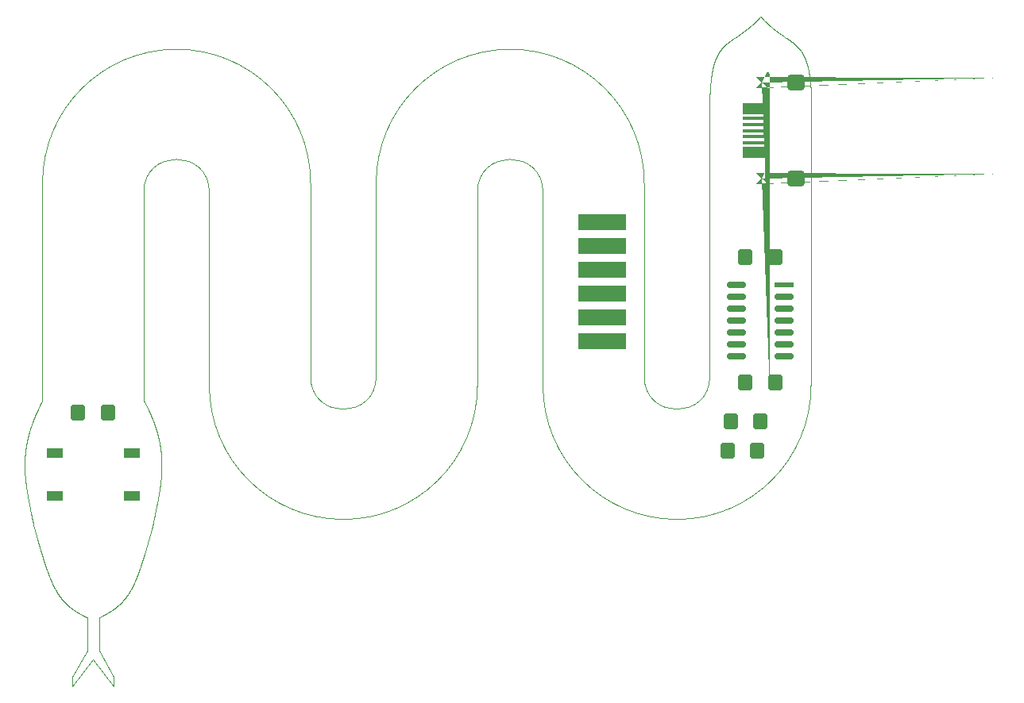
<source format=gbr>
%TF.GenerationSoftware,KiCad,Pcbnew,9.0.0*%
%TF.CreationDate,2025-12-28T17:48:29+00:00*%
%TF.ProjectId,turing,74757269-6e67-42e6-9b69-6361645f7063,v2.0*%
%TF.SameCoordinates,Original*%
%TF.FileFunction,Soldermask,Bot*%
%TF.FilePolarity,Negative*%
%FSLAX46Y46*%
G04 Gerber Fmt 4.6, Leading zero omitted, Abs format (unit mm)*
G04 Created by KiCad (PCBNEW 9.0.0) date 2025-12-28 17:48:29*
%MOMM*%
%LPD*%
G01*
G04 APERTURE LIST*
G04 Aperture macros list*
%AMRoundRect*
0 Rectangle with rounded corners*
0 $1 Rounding radius*
0 $2 $3 $4 $5 $6 $7 $8 $9 X,Y pos of 4 corners*
0 Add a 4 corners polygon primitive as box body*
4,1,4,$2,$3,$4,$5,$6,$7,$8,$9,$2,$3,0*
0 Add four circle primitives for the rounded corners*
1,1,$1+$1,$2,$3*
1,1,$1+$1,$4,$5*
1,1,$1+$1,$6,$7*
1,1,$1+$1,$8,$9*
0 Add four rect primitives between the rounded corners*
20,1,$1+$1,$2,$3,$4,$5,0*
20,1,$1+$1,$4,$5,$6,$7,0*
20,1,$1+$1,$6,$7,$8,$9,0*
20,1,$1+$1,$8,$9,$2,$3,0*%
%AMFreePoly0*
4,1,185,0.541661,1.129956,0.556661,1.127956,0.556660,1.127955,0.572620,1.125961,0.572981,1.125903,0.587981,1.122903,0.587980,1.122902,0.603921,1.119914,0.604581,1.119743,0.634581,1.109743,0.634970,1.109596,0.648970,1.103596,0.649236,1.103472,0.677236,1.089472,0.677620,1.089258,0.690620,1.081258,0.690846,1.081111,0.703846,1.072111,0.704049,1.071963,0.717049,1.061963,
0.717201,1.061841,0.729201,1.051841,0.729536,1.051536,0.751536,1.029536,0.751841,1.029201,0.761841,1.017201,0.761963,1.017049,0.771963,1.004049,0.772111,1.003846,0.781111,0.990846,0.781258,0.990620,0.789258,0.977620,0.789472,0.977236,0.803472,0.949236,0.803596,0.948970,0.809596,0.934970,0.809743,0.934581,0.819743,0.904581,0.819914,0.903921,0.822903,0.887981,
0.825903,0.872981,0.825961,0.872620,0.827956,0.856661,0.829956,0.841661,0.830000,0.841000,0.830000,-0.841000,0.829956,-0.841661,0.827956,-0.856661,0.825961,-0.872620,0.825903,-0.872981,0.822903,-0.887981,0.819914,-0.903921,0.819743,-0.904581,0.809743,-0.934581,0.809596,-0.934970,0.803596,-0.948970,0.803472,-0.949236,0.789472,-0.977236,0.789258,-0.977620,0.781258,-0.990620,
0.781111,-0.990846,0.772111,-1.003846,0.771963,-1.004049,0.761963,-1.017049,0.761841,-1.017201,0.751841,-1.029201,0.751536,-1.029536,0.729536,-1.051536,0.729201,-1.051841,0.717201,-1.061841,0.717049,-1.061963,0.704049,-1.071963,0.703846,-1.072111,0.690846,-1.081111,0.690620,-1.081258,0.677620,-1.089258,0.677236,-1.089472,0.649236,-1.103472,0.648970,-1.103596,0.634970,-1.109596,
0.634581,-1.109743,0.604581,-1.119743,0.603921,-1.119914,0.587980,-1.122902,0.587981,-1.122903,0.572981,-1.125903,0.572620,-1.125961,0.556660,-1.127955,0.556661,-1.127956,0.541661,-1.129956,0.541000,-1.130000,-0.541000,-1.130000,-0.541661,-1.129956,-0.556661,-1.127956,-0.556660,-1.127955,-0.572620,-1.125961,-0.572981,-1.125903,-0.587981,-1.122903,-0.587980,-1.122902,-0.603921,-1.119914,
-0.604581,-1.119743,-0.634581,-1.109743,-0.634970,-1.109596,-0.648970,-1.103596,-0.649236,-1.103472,-0.677236,-1.089472,-0.677620,-1.089258,-0.690620,-1.081258,-0.690846,-1.081111,-0.703846,-1.072111,-0.704049,-1.071963,-0.717049,-1.061963,-0.717201,-1.061841,-0.729201,-1.051841,-0.729536,-1.051536,-0.751536,-1.029536,-0.751841,-1.029201,-0.761841,-1.017201,-0.761963,-1.017049,-0.771963,-1.004049,
-0.772111,-1.003846,-0.781111,-0.990846,-0.781258,-0.990620,-0.789258,-0.977620,-0.789472,-0.977236,-0.803472,-0.949236,-0.803596,-0.948970,-0.809596,-0.934970,-0.809743,-0.934581,-0.819743,-0.904581,-0.819914,-0.903921,-0.822903,-0.887981,-0.825903,-0.872981,-0.825961,-0.872620,-0.827956,-0.856661,-0.829956,-0.841661,-0.830000,-0.841000,-0.830000,0.841000,-0.829956,0.841661,-0.827956,0.856661,
-0.825961,0.872620,-0.825903,0.872981,-0.822903,0.887981,-0.819914,0.903921,-0.819743,0.904581,-0.809743,0.934581,-0.809596,0.934970,-0.803596,0.948970,-0.803472,0.949236,-0.789472,0.977236,-0.789258,0.977620,-0.781258,0.990620,-0.781111,0.990846,-0.772111,1.003846,-0.771963,1.004049,-0.761963,1.017049,-0.761841,1.017201,-0.751841,1.029201,-0.751536,1.029536,-0.729536,1.051536,
-0.729201,1.051841,-0.717201,1.061841,-0.717049,1.061963,-0.704049,1.071963,-0.703846,1.072111,-0.690846,1.081111,-0.690620,1.081258,-0.677620,1.089258,-0.677236,1.089472,-0.649236,1.103472,-0.648970,1.103596,-0.634970,1.109596,-0.634581,1.109743,-0.604581,1.119743,-0.603921,1.119914,-0.587980,1.122902,-0.587981,1.122903,-0.572981,1.125903,-0.572620,1.125961,-0.556660,1.127955,
-0.556661,1.127956,-0.541661,1.129956,-0.541000,1.130000,0.541000,1.130000,0.541661,1.129956,0.541661,1.129956,$1*%
G04 Aperture macros list end*
%ADD10R,2.500000X0.400000*%
%ADD11R,2.500000X1.150000*%
%ADD12FreePoly0,270.000000*%
%ADD13RoundRect,0.250000X-0.650000X0.575000X-0.650000X-0.575000X0.650000X-0.575000X0.650000X0.575000X0*%
%ADD14RoundRect,0.266700X0.495300X0.558800X-0.495300X0.558800X-0.495300X-0.558800X0.495300X-0.558800X0*%
%ADD15R,1.800000X1.000000*%
%ADD16R,5.080000X1.651000*%
%ADD17R,2.000000X0.600000*%
%ADD18RoundRect,0.150000X0.850000X0.150000X-0.850000X0.150000X-0.850000X-0.150000X0.850000X-0.150000X0*%
%ADD19RoundRect,0.266700X-0.495300X-0.558800X0.495300X-0.558800X0.495300X0.558800X-0.495300X0.558800X0*%
%TA.AperFunction,Profile*%
%ADD20C,0.050000*%
%TD*%
%ADD21C,0.050000*%
G04 APERTURE END LIST*
D10*
%TO.C,J1*%
X137790000Y-101037500D03*
X137790000Y-101687500D03*
X137790000Y-102337500D03*
X137790000Y-102987500D03*
X137790000Y-103637500D03*
D11*
X137790000Y-100012500D03*
X137790000Y-104662500D03*
D12*
X138540000Y-97237500D03*
X138540000Y-107437500D03*
D13*
X142240000Y-97237500D03*
X142240000Y-107437500D03*
%TD*%
D14*
%TO.C,C1*%
X140017500Y-115868060D03*
X136842500Y-115868060D03*
%TD*%
D15*
%TO.C,SW1*%
X71437500Y-136787500D03*
X63237500Y-136787500D03*
X63237500Y-141287500D03*
X71437500Y-141287500D03*
%TD*%
D16*
%TO.C,ICSP1*%
X121602500Y-112077500D03*
X121602500Y-114617500D03*
X121602500Y-117157500D03*
X121602500Y-119697500D03*
X121602500Y-122237500D03*
X121602500Y-124777500D03*
%TD*%
D17*
%TO.C,IC1*%
X140970000Y-118821200D03*
D18*
X140970000Y-120091200D03*
X140970000Y-121361200D03*
X140970000Y-122631200D03*
X140970000Y-123901200D03*
X140970000Y-125171200D03*
X140970000Y-126441200D03*
X135890000Y-126441200D03*
X135890000Y-125171200D03*
X135890000Y-123901200D03*
X135890000Y-122631200D03*
X135890000Y-121361200D03*
X135890000Y-120091200D03*
X135890000Y-118821200D03*
%TD*%
D19*
%TO.C,C3*%
X135255000Y-133350000D03*
X138430000Y-133350000D03*
%TD*%
D14*
%TO.C,C2*%
X140017500Y-129222500D03*
X136842500Y-129222500D03*
%TD*%
%TO.C,R1*%
X68897500Y-132397500D03*
X65722500Y-132397500D03*
%TD*%
D19*
%TO.C,C4*%
X134937500Y-136525000D03*
X138112500Y-136525000D03*
%TD*%
D20*
X133032500Y-128587500D02*
X133032500Y-98425000D01*
X143827500Y-98425000D02*
X143827500Y-129540000D01*
X79692500Y-108902500D02*
X79692500Y-129540100D01*
X72707500Y-108902500D02*
X72707500Y-131127500D01*
X108267084Y-129649085D02*
G75*
G02*
X79692500Y-129540106I-14287084J108985D01*
G01*
X69532500Y-160655000D02*
X69532500Y-161607500D01*
X61912500Y-107950000D02*
G75*
G02*
X90487500Y-107950000I14287500J0D01*
G01*
X65087500Y-160655000D02*
X65087500Y-161607500D01*
D21*
X60960000Y-144462500D02*
X60979727Y-144534796D01*
X60999365Y-144606682D01*
X61018322Y-144676004D01*
X61037196Y-144744943D01*
X61055464Y-144811589D01*
X61073654Y-144877877D01*
X61091298Y-144942096D01*
X61108870Y-145005978D01*
X61125946Y-145067981D01*
X61142956Y-145129665D01*
X61159513Y-145189631D01*
X61176007Y-145249295D01*
X61192086Y-145307379D01*
X61208107Y-145365176D01*
X61223744Y-145421515D01*
X61239326Y-145477580D01*
X61254553Y-145532292D01*
X61269728Y-145586742D01*
X61284574Y-145639933D01*
X61299370Y-145692873D01*
X61313859Y-145744637D01*
X61328301Y-145796160D01*
X61342455Y-145846580D01*
X61356565Y-145896770D01*
X61370405Y-145945923D01*
X61384204Y-145994854D01*
X61397748Y-146042809D01*
X61411252Y-146090550D01*
X61424517Y-146137369D01*
X61437744Y-146183982D01*
X61450745Y-146229722D01*
X61463710Y-146275262D01*
X61476460Y-146319975D01*
X61489177Y-146364496D01*
X61501689Y-146408230D01*
X61514170Y-146451778D01*
X61526457Y-146494578D01*
X61538713Y-146537197D01*
X61550785Y-146579104D01*
X61562827Y-146620835D01*
X61574695Y-146661886D01*
X61586534Y-146702766D01*
X61598205Y-146742997D01*
X61609850Y-146783062D01*
X61621335Y-146822505D01*
X61632794Y-146861787D01*
X61644099Y-146900474D01*
X61655381Y-146939004D01*
X61666516Y-146976962D01*
X61677627Y-147014768D01*
X61688598Y-147052024D01*
X61699546Y-147089133D01*
X61710359Y-147125714D01*
X61721151Y-147162151D01*
X61731813Y-147198080D01*
X61742455Y-147233868D01*
X61752972Y-147269167D01*
X61763469Y-147304330D01*
X61773847Y-147339020D01*
X61784205Y-147373577D01*
X61794448Y-147407679D01*
X61804673Y-147441651D01*
X61814787Y-147475183D01*
X61824883Y-147508588D01*
X61834872Y-147541568D01*
X61844845Y-147574425D01*
X61854713Y-147606871D01*
X61864566Y-147639195D01*
X61874319Y-147671123D01*
X61884057Y-147702932D01*
X61893698Y-147734356D01*
X61903324Y-147765664D01*
X61912857Y-147796600D01*
X61922376Y-147827423D01*
X61931805Y-147857884D01*
X61941220Y-147888235D01*
X61950547Y-147918235D01*
X61959862Y-147948127D01*
X61969092Y-147977679D01*
X61978310Y-148007125D01*
X61987446Y-148036241D01*
X61996570Y-148065253D01*
X62005614Y-148093944D01*
X62014647Y-148122533D01*
X62023603Y-148150812D01*
X62032548Y-148178990D01*
X62041419Y-148206865D01*
X62050279Y-148234642D01*
X62059066Y-148262125D01*
X62067844Y-148289512D01*
X62076551Y-148316613D01*
X62085248Y-148343619D01*
X62093877Y-148370347D01*
X62102498Y-148396981D01*
X62111051Y-148423345D01*
X62119596Y-148449618D01*
X62128076Y-148475626D01*
X62136549Y-148501545D01*
X62144958Y-148527207D01*
X62153360Y-148552781D01*
X62161700Y-148578104D01*
X62170033Y-148603341D01*
X62178306Y-148628333D01*
X62186573Y-148653241D01*
X62194781Y-148677910D01*
X62202983Y-148702496D01*
X62211129Y-148726849D01*
X62219268Y-148751121D01*
X62227352Y-148775165D01*
X62235430Y-148799129D01*
X62243455Y-148822871D01*
X62251474Y-148846534D01*
X62259441Y-148869980D01*
X62267403Y-148893349D01*
X62275314Y-148916507D01*
X62283220Y-148939587D01*
X62291077Y-148962462D01*
X62298929Y-148985261D01*
X62306732Y-149007858D01*
X62314531Y-149030381D01*
X62322283Y-149052707D01*
X62330031Y-149074960D01*
X62337733Y-149097020D01*
X62345432Y-149119009D01*
X62353085Y-149140809D01*
X62360735Y-149162538D01*
X62368341Y-149184083D01*
X62375944Y-149205558D01*
X62383505Y-149226853D01*
X62391062Y-149248079D01*
X62398578Y-149269128D01*
X62406091Y-149290111D01*
X62413563Y-149310920D01*
X62421033Y-149331663D01*
X62428463Y-149352237D01*
X62435891Y-149372745D01*
X62443280Y-149393088D01*
X62450667Y-149413366D01*
X62458016Y-149433482D01*
X62465364Y-149453535D01*
X62472674Y-149473429D01*
X62479983Y-149493260D01*
X62487256Y-149512935D01*
X62494528Y-149532549D01*
X62501764Y-149552010D01*
X62508999Y-149571411D01*
X62516200Y-149590661D01*
X62523400Y-149609853D01*
X62530566Y-149628897D01*
X62537731Y-149647883D01*
X62544864Y-149666724D01*
X62551996Y-149685508D01*
X62559096Y-149704151D01*
X62566195Y-149722736D01*
X62573264Y-149741183D01*
X62580332Y-149759574D01*
X62587369Y-149777829D01*
X62594406Y-149796029D01*
X62601414Y-149814095D01*
X62608422Y-149832107D01*
X62615400Y-149849988D01*
X62622379Y-149867815D01*
X62629329Y-149885514D01*
X62636280Y-149903159D01*
X62643202Y-149920679D01*
X62650126Y-149938146D01*
X62657022Y-149955490D01*
X62663919Y-149972782D01*
X62670789Y-149989953D01*
X62677661Y-150007073D01*
X62684506Y-150024073D01*
X62691352Y-150041023D01*
X62698173Y-150057857D01*
X62704996Y-150074640D01*
X62711793Y-150091309D01*
X62718592Y-150107929D01*
X62725367Y-150124436D01*
X62732143Y-150140895D01*
X62738896Y-150157243D01*
X62745650Y-150173543D01*
X62752381Y-150189735D01*
X62759114Y-150205879D01*
X62765824Y-150221917D01*
X62772537Y-150237907D01*
X62779227Y-150253793D01*
X62785919Y-150269633D01*
X62792590Y-150285370D01*
X62799263Y-150301062D01*
X62805915Y-150316652D01*
X62812569Y-150332197D01*
X62819203Y-150347643D01*
X62825840Y-150363045D01*
X62832456Y-150378349D01*
X62839075Y-150393609D01*
X62845674Y-150408773D01*
X62852276Y-150423893D01*
X62858859Y-150438920D01*
X62865445Y-150453903D01*
X62872012Y-150468794D01*
X62878583Y-150483643D01*
X62885135Y-150498400D01*
X62891690Y-150513116D01*
X62898227Y-150527742D01*
X62904768Y-150542326D01*
X62911291Y-150556823D01*
X62917818Y-150571279D01*
X62924328Y-150585648D01*
X62930841Y-150599977D01*
X62937338Y-150614221D01*
X62943838Y-150628424D01*
X62950323Y-150642545D01*
X62956811Y-150656625D01*
X62963283Y-150670624D01*
X62969759Y-150684584D01*
X62976220Y-150698462D01*
X62982685Y-150712302D01*
X62989135Y-150726063D01*
X62995590Y-150739785D01*
X63002029Y-150753430D01*
X63008473Y-150767036D01*
X63014903Y-150780566D01*
X63021337Y-150794058D01*
X63027757Y-150807475D01*
X63034182Y-150820855D01*
X63040593Y-150834160D01*
X63047009Y-150847429D01*
X63053412Y-150860625D01*
X63059819Y-150873785D01*
X63066214Y-150886872D01*
X63072614Y-150899925D01*
X63079001Y-150912906D01*
X63085393Y-150925852D01*
X63091773Y-150938729D01*
X63098158Y-150951570D01*
X63104532Y-150964343D01*
X63110910Y-150977082D01*
X63117278Y-150989753D01*
X63123650Y-151002390D01*
X63130012Y-151014961D01*
X63136379Y-151027498D01*
X63142735Y-151039970D01*
X63149096Y-151052408D01*
X63155448Y-151064782D01*
X63161805Y-151077123D01*
X63168152Y-151089401D01*
X63174504Y-151101647D01*
X63180847Y-151113830D01*
X63187195Y-151125981D01*
X63193535Y-151138071D01*
X63199879Y-151150129D01*
X63206216Y-151162126D01*
X63212557Y-151174092D01*
X63218891Y-151185999D01*
X63225230Y-151197875D01*
X63231561Y-151209692D01*
X63237898Y-151221478D01*
X63244226Y-151233207D01*
X63250561Y-151244906D01*
X63256889Y-151256548D01*
X63263222Y-151268159D01*
X63269548Y-151279715D01*
X63275881Y-151291241D01*
X63282206Y-151302713D01*
X63288538Y-151314155D01*
X63294863Y-151325543D01*
X63301194Y-151336902D01*
X63307519Y-151348208D01*
X63313851Y-151359484D01*
X63320176Y-151370709D01*
X63326508Y-151381905D01*
X63332835Y-151393050D01*
X63339168Y-151404166D01*
X63345495Y-151415232D01*
X63351829Y-151426270D01*
X63358158Y-151437258D01*
X63364494Y-151448218D01*
X63370825Y-151459130D01*
X63377163Y-151470013D01*
X63383496Y-151480849D01*
X63389836Y-151491658D01*
X63396172Y-151502419D01*
X63402515Y-151513153D01*
X63408854Y-151523841D01*
X63415200Y-151534502D01*
X63421543Y-151545117D01*
X63427892Y-151555706D01*
X63434239Y-151566250D01*
X63440592Y-151576767D01*
X63446943Y-151587241D01*
X63453301Y-151597688D01*
X63459656Y-151608092D01*
X63466018Y-151618469D01*
X63472378Y-151628805D01*
X63478746Y-151639114D01*
X63485111Y-151649382D01*
X63491484Y-151659624D01*
X63497855Y-151669825D01*
X63504234Y-151680001D01*
X63510611Y-151690136D01*
X63516996Y-151700247D01*
X63523379Y-151710317D01*
X63529771Y-151720363D01*
X63536161Y-151730370D01*
X63542559Y-151740351D01*
X63548957Y-151750295D01*
X63555362Y-151760214D01*
X63561767Y-151770096D01*
X63568180Y-151779953D01*
X63574593Y-151789773D01*
X63581014Y-151799569D01*
X63587436Y-151809329D01*
X63593865Y-151819065D01*
X63600295Y-151828765D01*
X63606733Y-151838442D01*
X63613172Y-151848084D01*
X63619619Y-151857702D01*
X63626067Y-151867285D01*
X63632524Y-151876846D01*
X63638982Y-151886372D01*
X63645448Y-151895876D01*
X63651917Y-151905346D01*
X63658393Y-151914793D01*
X63664872Y-151924208D01*
X63671359Y-151933600D01*
X63677849Y-151942960D01*
X63684347Y-151952298D01*
X63690848Y-151961604D01*
X63697357Y-151970888D01*
X63703870Y-151980141D01*
X63710391Y-151989372D01*
X63716915Y-151998573D01*
X63723449Y-152007752D01*
X63729985Y-152016901D01*
X63736531Y-152026028D01*
X63743081Y-152035126D01*
X63749639Y-152044203D01*
X63756202Y-152053251D01*
X63762774Y-152062277D01*
X63769350Y-152071276D01*
X63775936Y-152080254D01*
X63782526Y-152089203D01*
X63789125Y-152098132D01*
X63795730Y-152107034D01*
X63802344Y-152115915D01*
X63808963Y-152124770D01*
X63815591Y-152133604D01*
X63822226Y-152142412D01*
X63828869Y-152151200D01*
X63835519Y-152159962D01*
X63842178Y-152168704D01*
X63848844Y-152177421D01*
X63855519Y-152186118D01*
X63862201Y-152194790D01*
X63868893Y-152203443D01*
X63875591Y-152212071D01*
X63882300Y-152220680D01*
X63889015Y-152229265D01*
X63895741Y-152237831D01*
X63902474Y-152246374D01*
X63909217Y-152254897D01*
X63915968Y-152263398D01*
X63922729Y-152271880D01*
X63929498Y-152280340D01*
X63936278Y-152288781D01*
X63943066Y-152297200D01*
X63949864Y-152305600D01*
X63956671Y-152313979D01*
X63963489Y-152322340D01*
X63970315Y-152330680D01*
X63977153Y-152339001D01*
X63983999Y-152347302D01*
X63990856Y-152355585D01*
X63997724Y-152363848D01*
X64004601Y-152372093D01*
X64011489Y-152380319D01*
X64018388Y-152388526D01*
X64025297Y-152396715D01*
X64032217Y-152404886D01*
X64039148Y-152413039D01*
X64046090Y-152421174D01*
X64053043Y-152429291D01*
X64060008Y-152437390D01*
X64066983Y-152445472D01*
X64073970Y-152453536D01*
X64080969Y-152461584D01*
X64087979Y-152469614D01*
X64095002Y-152477628D01*
X64102035Y-152485624D01*
X64109082Y-152493605D01*
X64116140Y-152501568D01*
X64123211Y-152509516D01*
X64130293Y-152517446D01*
X64144496Y-152533261D01*
X64158751Y-152549012D01*
X64173057Y-152564702D01*
X64187416Y-152580331D01*
X64201829Y-152595901D01*
X64216297Y-152611412D01*
X64230821Y-152626866D01*
X64245401Y-152642264D01*
X64260040Y-152657606D01*
X64274738Y-152672895D01*
X64289496Y-152688131D01*
X64304315Y-152703315D01*
X64319196Y-152718449D01*
X64334141Y-152733533D01*
X64349151Y-152748569D01*
X64364226Y-152763557D01*
X64379368Y-152778499D01*
X64394577Y-152793395D01*
X64409857Y-152808248D01*
X64425206Y-152823057D01*
X64440627Y-152837824D01*
X64456121Y-152852551D01*
X64471689Y-152867238D01*
X64487333Y-152881885D01*
X64503053Y-152896495D01*
X64518851Y-152911069D01*
X64534729Y-152925607D01*
X64550687Y-152940110D01*
X64566728Y-152954580D01*
X64582852Y-152969018D01*
X64599061Y-152983425D01*
X64615356Y-152997801D01*
X64631739Y-153012148D01*
X64648212Y-153026467D01*
X64664776Y-153040760D01*
X64681432Y-153055026D01*
X64698182Y-153069268D01*
X64715028Y-153083486D01*
X64731972Y-153097682D01*
X64749014Y-153111857D01*
X64766157Y-153126011D01*
X64783403Y-153140146D01*
X64800753Y-153154264D01*
X64818209Y-153168364D01*
X64835773Y-153182449D01*
X64853446Y-153196520D01*
X64871232Y-153210577D01*
X64889131Y-153224622D01*
X64907146Y-153238656D01*
X64925278Y-153252681D01*
X64943530Y-153266697D01*
X64961904Y-153280706D01*
X64980403Y-153294709D01*
X64999027Y-153308707D01*
X65017780Y-153322702D01*
X65036664Y-153336695D01*
X65055682Y-153350687D01*
X65074834Y-153364680D01*
X65094126Y-153378675D01*
X65113557Y-153392673D01*
X65133132Y-153406675D01*
X65152853Y-153420684D01*
X65172723Y-153434700D01*
X65192744Y-153448725D01*
X65212920Y-153462761D01*
X65233253Y-153476809D01*
X65253746Y-153490870D01*
X65274402Y-153504947D01*
X65295225Y-153519040D01*
X65316218Y-153533151D01*
X65337384Y-153547283D01*
X65358726Y-153561436D01*
X65380248Y-153575613D01*
X65401955Y-153589815D01*
X65423848Y-153604044D01*
X65445933Y-153618302D01*
X65468213Y-153632591D01*
X65490692Y-153646913D01*
X65513375Y-153661269D01*
X65536265Y-153675663D01*
X65559367Y-153690095D01*
X65582686Y-153704569D01*
X65606227Y-153719086D01*
X65629994Y-153733648D01*
X65653992Y-153748259D01*
X65678227Y-153762920D01*
X65702704Y-153777634D01*
X65727429Y-153792404D01*
X65752406Y-153807231D01*
X65777643Y-153822120D01*
X65803145Y-153837073D01*
X65828919Y-153852092D01*
X65854972Y-153867181D01*
X65881310Y-153882343D01*
X65907940Y-153897581D01*
X65934870Y-153912898D01*
X65962108Y-153928299D01*
X65989662Y-153943787D01*
X66017540Y-153959365D01*
X66045750Y-153975037D01*
X66074303Y-153990808D01*
X66103207Y-154006682D01*
X66132472Y-154022663D01*
X66162110Y-154038756D01*
X66192130Y-154054967D01*
X66222544Y-154071299D01*
X66253364Y-154087759D01*
X66284603Y-154104352D01*
X66316275Y-154121084D01*
X66348391Y-154137961D01*
X66380969Y-154154989D01*
X66414022Y-154172177D01*
X66447568Y-154189531D01*
X66481623Y-154207058D01*
X66516207Y-154224767D01*
X66551337Y-154242668D01*
X66587036Y-154260767D01*
X66623325Y-154279077D01*
X66660228Y-154297607D01*
X66675000Y-154305000D01*
X72707500Y-131127500D02*
X72707500Y-131127500D01*
D20*
X69532500Y-160655000D02*
X67945000Y-157797500D01*
X143827500Y-129540000D02*
G75*
G02*
X115252500Y-129540000I-14287500J0D01*
G01*
D21*
X138430000Y-90170000D02*
X138407924Y-90194225D01*
X138385845Y-90218333D01*
X138363764Y-90242327D01*
X138341679Y-90266206D01*
X138319591Y-90289973D01*
X138297498Y-90313626D01*
X138275400Y-90337169D01*
X138253296Y-90360602D01*
X138231185Y-90383925D01*
X138209068Y-90407140D01*
X138186942Y-90430247D01*
X138164808Y-90453249D01*
X138142664Y-90476145D01*
X138120510Y-90498937D01*
X138098345Y-90521626D01*
X138076168Y-90544213D01*
X138053979Y-90566699D01*
X138031776Y-90589085D01*
X138009559Y-90611372D01*
X137987327Y-90633562D01*
X137965078Y-90655656D01*
X137942813Y-90677654D01*
X137920529Y-90699557D01*
X137898226Y-90721368D01*
X137875904Y-90743087D01*
X137853559Y-90764716D01*
X137831193Y-90786255D01*
X137808803Y-90807706D01*
X137786388Y-90829071D01*
X137763948Y-90850350D01*
X137741480Y-90871544D01*
X137718985Y-90892657D01*
X137696459Y-90913687D01*
X137673902Y-90934638D01*
X137651313Y-90955511D01*
X137628689Y-90976306D01*
X137606030Y-90997026D01*
X137583334Y-91017672D01*
X137560599Y-91038246D01*
X137537823Y-91058749D01*
X137515005Y-91079182D01*
X137492143Y-91099549D01*
X137469235Y-91119850D01*
X137446278Y-91140087D01*
X137423271Y-91160263D01*
X137400212Y-91180378D01*
X137377098Y-91200436D01*
X137353927Y-91220438D01*
X137330697Y-91240385D01*
X137307404Y-91260282D01*
X137284047Y-91280129D01*
X137260621Y-91299929D01*
X137237125Y-91319685D01*
X137213555Y-91339399D01*
X137189908Y-91359074D01*
X137166181Y-91378712D01*
X137142369Y-91398317D01*
X137118468Y-91417891D01*
X137094476Y-91437438D01*
X137070387Y-91456961D01*
X137046197Y-91476464D01*
X137021901Y-91495950D01*
X136997495Y-91515423D01*
X136972971Y-91534887D01*
X136948326Y-91554347D01*
X136923551Y-91573807D01*
X136898642Y-91593272D01*
X136873590Y-91612748D01*
X136848389Y-91632239D01*
X136823029Y-91651752D01*
X136797502Y-91671294D01*
X136771799Y-91690871D01*
X136745909Y-91710490D01*
X136719821Y-91730160D01*
X136693522Y-91749889D01*
X136666999Y-91769687D01*
X136640238Y-91789565D01*
X136613221Y-91809533D01*
X136585932Y-91829604D01*
X136558349Y-91849793D01*
X136530452Y-91870114D01*
X136502213Y-91890585D01*
X136473607Y-91911226D01*
X136444599Y-91932058D01*
X136415154Y-91953108D01*
X136385228Y-91974403D01*
X136354773Y-91995979D01*
X136323730Y-92017875D01*
X136292030Y-92040137D01*
X136259590Y-92062824D01*
X136226306Y-92086004D01*
X136192052Y-92109766D01*
X136156662Y-92134219D01*
X136119924Y-92159510D01*
X136081543Y-92185836D01*
X136041104Y-92213481D01*
X135997976Y-92242872D01*
X135951113Y-92274716D01*
X135898536Y-92310354D01*
X135835445Y-92353033D01*
X135789130Y-92384333D01*
X135715152Y-92434340D01*
X135678513Y-92459136D01*
X135642108Y-92483811D01*
X135605937Y-92508375D01*
X135570000Y-92532841D01*
X135534297Y-92557219D01*
X135498830Y-92581523D01*
X135481184Y-92593650D01*
X135463597Y-92605764D01*
X135446070Y-92617864D01*
X135428601Y-92629953D01*
X135411190Y-92642031D01*
X135393839Y-92654102D01*
X135376547Y-92666165D01*
X135359314Y-92678223D01*
X135342140Y-92690277D01*
X135325025Y-92702328D01*
X135307969Y-92714378D01*
X135290973Y-92726428D01*
X135274036Y-92738481D01*
X135257157Y-92750536D01*
X135240339Y-92762596D01*
X135223579Y-92774663D01*
X135206879Y-92786737D01*
X135190238Y-92798821D01*
X135173657Y-92810915D01*
X135157135Y-92823021D01*
X135140673Y-92835140D01*
X135124270Y-92847275D01*
X135107927Y-92859426D01*
X135091643Y-92871596D01*
X135075419Y-92883784D01*
X135059255Y-92895994D01*
X135043150Y-92908226D01*
X135027106Y-92920482D01*
X135011121Y-92932763D01*
X134995195Y-92945071D01*
X134979330Y-92957408D01*
X134963525Y-92969774D01*
X134947779Y-92982171D01*
X134932094Y-92994601D01*
X134916468Y-93007065D01*
X134900903Y-93019565D01*
X134885397Y-93032102D01*
X134869952Y-93044677D01*
X134854567Y-93057293D01*
X134839242Y-93069950D01*
X134823977Y-93082650D01*
X134808773Y-93095394D01*
X134793629Y-93108185D01*
X134778545Y-93121022D01*
X134763521Y-93133909D01*
X134748558Y-93146846D01*
X134733656Y-93159834D01*
X134726227Y-93166349D01*
X134718814Y-93172876D01*
X134711415Y-93179418D01*
X134704032Y-93185973D01*
X134696664Y-93192542D01*
X134689311Y-93199126D01*
X134681973Y-93205724D01*
X134674650Y-93212337D01*
X134667343Y-93218964D01*
X134660050Y-93225606D01*
X134652773Y-93232264D01*
X134645511Y-93238937D01*
X134638264Y-93245625D01*
X134631032Y-93252329D01*
X134623816Y-93259049D01*
X134616615Y-93265785D01*
X134609428Y-93272537D01*
X134602258Y-93279306D01*
X134595102Y-93286091D01*
X134587961Y-93292894D01*
X134580836Y-93299713D01*
X134573726Y-93306549D01*
X134566631Y-93313403D01*
X134559551Y-93320274D01*
X134552487Y-93327163D01*
X134545437Y-93334070D01*
X134538403Y-93340995D01*
X134531385Y-93347938D01*
X134524381Y-93354900D01*
X134517393Y-93361880D01*
X134510420Y-93368879D01*
X134503462Y-93375897D01*
X134496520Y-93382935D01*
X134489592Y-93389991D01*
X134482680Y-93397068D01*
X134475784Y-93404164D01*
X134468902Y-93411280D01*
X134462036Y-93418416D01*
X134455185Y-93425572D01*
X134448350Y-93432749D01*
X134441530Y-93439947D01*
X134434725Y-93447165D01*
X134427935Y-93454405D01*
X134421161Y-93461665D01*
X134414402Y-93468947D01*
X134407658Y-93476251D01*
X134400930Y-93483576D01*
X134394217Y-93490924D01*
X134387519Y-93498293D01*
X134380836Y-93505685D01*
X134374169Y-93513099D01*
X134367518Y-93520536D01*
X134360881Y-93527996D01*
X134354260Y-93535479D01*
X134347655Y-93542985D01*
X134341065Y-93550515D01*
X134334490Y-93558068D01*
X134327930Y-93565645D01*
X134321386Y-93573246D01*
X134314857Y-93580871D01*
X134308344Y-93588521D01*
X134301846Y-93596195D01*
X134295363Y-93603893D01*
X134288896Y-93611617D01*
X134282444Y-93619366D01*
X134276008Y-93627139D01*
X134269587Y-93634939D01*
X134263182Y-93642764D01*
X134256792Y-93650615D01*
X134250417Y-93658491D01*
X134244058Y-93666394D01*
X134237714Y-93674324D01*
X134231385Y-93682280D01*
X134225073Y-93690262D01*
X134218775Y-93698272D01*
X134212493Y-93706308D01*
X134206226Y-93714372D01*
X134199975Y-93722464D01*
X134193740Y-93730583D01*
X134187520Y-93738730D01*
X134181315Y-93746904D01*
X134175126Y-93755107D01*
X134168952Y-93763339D01*
X134162794Y-93771599D01*
X134156651Y-93779888D01*
X134150524Y-93788205D01*
X134144412Y-93796552D01*
X134138316Y-93804928D01*
X134132235Y-93813334D01*
X134126170Y-93821769D01*
X134120120Y-93830234D01*
X134114086Y-93838729D01*
X134108068Y-93847255D01*
X134102064Y-93855811D01*
X134096077Y-93864397D01*
X134090105Y-93873014D01*
X134084148Y-93881662D01*
X134078208Y-93890341D01*
X134072282Y-93899052D01*
X134066372Y-93907794D01*
X134060478Y-93916568D01*
X134054600Y-93925373D01*
X134048737Y-93934211D01*
X134042889Y-93943081D01*
X134037057Y-93951983D01*
X134031241Y-93960918D01*
X134025440Y-93969886D01*
X134019655Y-93978887D01*
X134013885Y-93987921D01*
X134008132Y-93996988D01*
X134002393Y-94006089D01*
X133996671Y-94015223D01*
X133990964Y-94024392D01*
X133985272Y-94033594D01*
X133979596Y-94042831D01*
X133973936Y-94052102D01*
X133968292Y-94061408D01*
X133962663Y-94070748D01*
X133957049Y-94080124D01*
X133951452Y-94089535D01*
X133945870Y-94098981D01*
X133940304Y-94108463D01*
X133934753Y-94117980D01*
X133929218Y-94127533D01*
X133923699Y-94137123D01*
X133918195Y-94146749D01*
X133912707Y-94156411D01*
X133907235Y-94166110D01*
X133901778Y-94175845D01*
X133896338Y-94185618D01*
X133890912Y-94195428D01*
X133885503Y-94205275D01*
X133880109Y-94215160D01*
X133874731Y-94225083D01*
X133869369Y-94235043D01*
X133864022Y-94245042D01*
X133858692Y-94255079D01*
X133853376Y-94265154D01*
X133848077Y-94275268D01*
X133842793Y-94285421D01*
X133837526Y-94295614D01*
X133832273Y-94305845D01*
X133827037Y-94316115D01*
X133821816Y-94326426D01*
X133816612Y-94336776D01*
X133811422Y-94347166D01*
X133806249Y-94357596D01*
X133801092Y-94368066D01*
X133795950Y-94378577D01*
X133790824Y-94389129D01*
X133785714Y-94399721D01*
X133780619Y-94410355D01*
X133775541Y-94421030D01*
X133770478Y-94431746D01*
X133765431Y-94442504D01*
X133760400Y-94453304D01*
X133755384Y-94464145D01*
X133750385Y-94475029D01*
X133745401Y-94485955D01*
X133740433Y-94496924D01*
X133735481Y-94507936D01*
X133730545Y-94518990D01*
X133725625Y-94530087D01*
X133720720Y-94541228D01*
X133715831Y-94552412D01*
X133710959Y-94563640D01*
X133706102Y-94574911D01*
X133701261Y-94586227D01*
X133696436Y-94597587D01*
X133691626Y-94608991D01*
X133686833Y-94620439D01*
X133682055Y-94631933D01*
X133677294Y-94643471D01*
X133672548Y-94655055D01*
X133667818Y-94666683D01*
X133663104Y-94678357D01*
X133658406Y-94690077D01*
X133653724Y-94701843D01*
X133649057Y-94713655D01*
X133644407Y-94725513D01*
X133639773Y-94737417D01*
X133635154Y-94749368D01*
X133630552Y-94761365D01*
X133625965Y-94773410D01*
X133621394Y-94785502D01*
X133616840Y-94797641D01*
X133612301Y-94809827D01*
X133607778Y-94822061D01*
X133603271Y-94834343D01*
X133598780Y-94846673D01*
X133594306Y-94859052D01*
X133589847Y-94871478D01*
X133585404Y-94883954D01*
X133580977Y-94896478D01*
X133576566Y-94909051D01*
X133572171Y-94921673D01*
X133567792Y-94934344D01*
X133563429Y-94947065D01*
X133559082Y-94959836D01*
X133554751Y-94972657D01*
X133550436Y-94985527D01*
X133546137Y-94998448D01*
X133541854Y-95011420D01*
X133537587Y-95024442D01*
X133533336Y-95037514D01*
X133529101Y-95050638D01*
X133524883Y-95063813D01*
X133520680Y-95077039D01*
X133516493Y-95090317D01*
X133512323Y-95103646D01*
X133508168Y-95117028D01*
X133504029Y-95130461D01*
X133499907Y-95143947D01*
X133495801Y-95157485D01*
X133491710Y-95171076D01*
X133487636Y-95184720D01*
X133483578Y-95198417D01*
X133479536Y-95212166D01*
X133475510Y-95225970D01*
X133471500Y-95239826D01*
X133467507Y-95253737D01*
X133463529Y-95267701D01*
X133459567Y-95281720D01*
X133455622Y-95295793D01*
X133451693Y-95309920D01*
X133447780Y-95324102D01*
X133443883Y-95338339D01*
X133440002Y-95352631D01*
X133436137Y-95366978D01*
X133432288Y-95381380D01*
X133428456Y-95395838D01*
X133424640Y-95410352D01*
X133420839Y-95424922D01*
X133417055Y-95439548D01*
X133413288Y-95454230D01*
X133409536Y-95468968D01*
X133405801Y-95483764D01*
X133402081Y-95498616D01*
X133398378Y-95513525D01*
X133394691Y-95528492D01*
X133391021Y-95543516D01*
X133387366Y-95558597D01*
X133383728Y-95573736D01*
X133380106Y-95588934D01*
X133376500Y-95604189D01*
X133372910Y-95619503D01*
X133369337Y-95634875D01*
X133365779Y-95650306D01*
X133362238Y-95665796D01*
X133358714Y-95681345D01*
X133355205Y-95696953D01*
X133351713Y-95712620D01*
X133348237Y-95728347D01*
X133344777Y-95744134D01*
X133341333Y-95759981D01*
X133337906Y-95775889D01*
X133334495Y-95791856D01*
X133331100Y-95807884D01*
X133327722Y-95823973D01*
X133324360Y-95840122D01*
X133321014Y-95856333D01*
X133317684Y-95872605D01*
X133314371Y-95888939D01*
X133311074Y-95905334D01*
X133307793Y-95921791D01*
X133304529Y-95938310D01*
X133301281Y-95954891D01*
X133298049Y-95971534D01*
X133294833Y-95988240D01*
X133291634Y-96005009D01*
X133288451Y-96021841D01*
X133285285Y-96038736D01*
X133282135Y-96055694D01*
X133279001Y-96072715D01*
X133275883Y-96089801D01*
X133272782Y-96106950D01*
X133269697Y-96124163D01*
X133266629Y-96141440D01*
X133263577Y-96158782D01*
X133260541Y-96176188D01*
X133257522Y-96193660D01*
X133254519Y-96211196D01*
X133251533Y-96228797D01*
X133248562Y-96246463D01*
X133245609Y-96264195D01*
X133242671Y-96281993D01*
X133239750Y-96299856D01*
X133236846Y-96317786D01*
X133233958Y-96335782D01*
X133231086Y-96353844D01*
X133228231Y-96371973D01*
X133225392Y-96390169D01*
X133222569Y-96408431D01*
X133219763Y-96426761D01*
X133216974Y-96445158D01*
X133214200Y-96463622D01*
X133211444Y-96482155D01*
X133208703Y-96500755D01*
X133205980Y-96519423D01*
X133203272Y-96538160D01*
X133200581Y-96556965D01*
X133197907Y-96575838D01*
X133195249Y-96594781D01*
X133192607Y-96613792D01*
X133189982Y-96632872D01*
X133187374Y-96652022D01*
X133184782Y-96671242D01*
X133182206Y-96690531D01*
X133179647Y-96709890D01*
X133177105Y-96729319D01*
X133174579Y-96748819D01*
X133172069Y-96768388D01*
X133169576Y-96788029D01*
X133167100Y-96807740D01*
X133164640Y-96827523D01*
X133162196Y-96847376D01*
X133159769Y-96867301D01*
X133157359Y-96887298D01*
X133154965Y-96907366D01*
X133152588Y-96927506D01*
X133150227Y-96947718D01*
X133147883Y-96968003D01*
X133145556Y-96988360D01*
X133143245Y-97008790D01*
X133140950Y-97029292D01*
X133138672Y-97049868D01*
X133136411Y-97070517D01*
X133134166Y-97091239D01*
X133131938Y-97112035D01*
X133129727Y-97132904D01*
X133127532Y-97153848D01*
X133125353Y-97174865D01*
X133123191Y-97195957D01*
X133121046Y-97217124D01*
X133118918Y-97238365D01*
X133116806Y-97259681D01*
X133114711Y-97281072D01*
X133112632Y-97302538D01*
X133110570Y-97324080D01*
X133108525Y-97345697D01*
X133106496Y-97367391D01*
X133104484Y-97389160D01*
X133102488Y-97411005D01*
X133100510Y-97432926D01*
X133098548Y-97454925D01*
X133096602Y-97476999D01*
X133094673Y-97499151D01*
X133092761Y-97521380D01*
X133090866Y-97543686D01*
X133088987Y-97566069D01*
X133087125Y-97588530D01*
X133085280Y-97611069D01*
X133083451Y-97633686D01*
X133081639Y-97656381D01*
X133079844Y-97679155D01*
X133078065Y-97702007D01*
X133076303Y-97724937D01*
X133074558Y-97747947D01*
X133072830Y-97771036D01*
X133071118Y-97794204D01*
X133069423Y-97817451D01*
X133067745Y-97840778D01*
X133066083Y-97864185D01*
X133064439Y-97887672D01*
X133062811Y-97911239D01*
X133061199Y-97934887D01*
X133059605Y-97958615D01*
X133058027Y-97982424D01*
X133056466Y-98006313D01*
X133054922Y-98030284D01*
X133053395Y-98054337D01*
X133051884Y-98078470D01*
X133050390Y-98102685D01*
X133048913Y-98126983D01*
X133047453Y-98151362D01*
X133046010Y-98175823D01*
X133044583Y-98200367D01*
X133043173Y-98224994D01*
X133041780Y-98249703D01*
X133040404Y-98274495D01*
X133039044Y-98299370D01*
X133037702Y-98324329D01*
X133036376Y-98349371D01*
X133035067Y-98374497D01*
X133033775Y-98399706D01*
X133032500Y-98425000D01*
D20*
X67945000Y-157797500D02*
X67945000Y-154305000D01*
X67310000Y-158750000D02*
X69532500Y-161607500D01*
X126047500Y-128587500D02*
X126047500Y-107950000D01*
D21*
X61912500Y-131127500D02*
X61902257Y-131146869D01*
X61892047Y-131166219D01*
X61881876Y-131185537D01*
X61871738Y-131204837D01*
X61861638Y-131224105D01*
X61851572Y-131243354D01*
X61841544Y-131262572D01*
X61831548Y-131281772D01*
X61821591Y-131300941D01*
X61811666Y-131320091D01*
X61801779Y-131339210D01*
X61791925Y-131358311D01*
X61782109Y-131377381D01*
X61772324Y-131396434D01*
X61762578Y-131415456D01*
X61752863Y-131434459D01*
X61743186Y-131453433D01*
X61733541Y-131472389D01*
X61723934Y-131491315D01*
X61714358Y-131510223D01*
X61704819Y-131529102D01*
X61695312Y-131547963D01*
X61685841Y-131566794D01*
X61676403Y-131585608D01*
X61667001Y-131604393D01*
X61657630Y-131623160D01*
X61648296Y-131641899D01*
X61638993Y-131660619D01*
X61629726Y-131679312D01*
X61620491Y-131697987D01*
X61611292Y-131716634D01*
X61602123Y-131735263D01*
X61592991Y-131753865D01*
X61583889Y-131772449D01*
X61574823Y-131791005D01*
X61565788Y-131809544D01*
X61556789Y-131828056D01*
X61547820Y-131846551D01*
X61538886Y-131865018D01*
X61529983Y-131883469D01*
X61521115Y-131901893D01*
X61512277Y-131920299D01*
X61503475Y-131938679D01*
X61494702Y-131957042D01*
X61485965Y-131975379D01*
X61477257Y-131993699D01*
X61468584Y-132011993D01*
X61459942Y-132030270D01*
X61451333Y-132048521D01*
X61442755Y-132066756D01*
X61434210Y-132084965D01*
X61425696Y-132103157D01*
X61417215Y-132121324D01*
X61408764Y-132139475D01*
X61400347Y-132157601D01*
X61391959Y-132175710D01*
X61383606Y-132193794D01*
X61375281Y-132211862D01*
X61366990Y-132229905D01*
X61358729Y-132247933D01*
X61350500Y-132265935D01*
X61342301Y-132283922D01*
X61334135Y-132301885D01*
X61325998Y-132319831D01*
X61317894Y-132337754D01*
X61309819Y-132355661D01*
X61301777Y-132373544D01*
X61293763Y-132391411D01*
X61285782Y-132409255D01*
X61277830Y-132427083D01*
X61269911Y-132444888D01*
X61262020Y-132462678D01*
X61254161Y-132480444D01*
X61246331Y-132498195D01*
X61238532Y-132515923D01*
X61230763Y-132533636D01*
X61223025Y-132551326D01*
X61215316Y-132569001D01*
X61207638Y-132586654D01*
X61199988Y-132604291D01*
X61192370Y-132621907D01*
X61184780Y-132639507D01*
X61177222Y-132657086D01*
X61169691Y-132674649D01*
X61162192Y-132692191D01*
X61154721Y-132709718D01*
X61147280Y-132727224D01*
X61139868Y-132744714D01*
X61132486Y-132762184D01*
X61125132Y-132779639D01*
X61117809Y-132797073D01*
X61110513Y-132814492D01*
X61103248Y-132831891D01*
X61096011Y-132849275D01*
X61088803Y-132866639D01*
X61081624Y-132883989D01*
X61074474Y-132901318D01*
X61067352Y-132918632D01*
X61060260Y-132935927D01*
X61053195Y-132953208D01*
X61046160Y-132970469D01*
X61039152Y-132987715D01*
X61032174Y-133004943D01*
X61025223Y-133022155D01*
X61018301Y-133039349D01*
X61011407Y-133056529D01*
X61004541Y-133073690D01*
X60997703Y-133090837D01*
X60990894Y-133107965D01*
X60984112Y-133125079D01*
X60977359Y-133142175D01*
X60970632Y-133159256D01*
X60963934Y-133176320D01*
X60957264Y-133193370D01*
X60950621Y-133210402D01*
X60944006Y-133227420D01*
X60937419Y-133244420D01*
X60930858Y-133261407D01*
X60924326Y-133278377D01*
X60917820Y-133295332D01*
X60911343Y-133312271D01*
X60904892Y-133329196D01*
X60898468Y-133346104D01*
X60892072Y-133362999D01*
X60885703Y-133379877D01*
X60879360Y-133396742D01*
X60873045Y-133413590D01*
X60866756Y-133430425D01*
X60860495Y-133447243D01*
X60854260Y-133464049D01*
X60848052Y-133480838D01*
X60841870Y-133497614D01*
X60835716Y-133514375D01*
X60829587Y-133531123D01*
X60823486Y-133547855D01*
X60817410Y-133564574D01*
X60811362Y-133581278D01*
X60805339Y-133597968D01*
X60799343Y-133614644D01*
X60793373Y-133631307D01*
X60787429Y-133647956D01*
X60781511Y-133664591D01*
X60775619Y-133681212D01*
X60769754Y-133697821D01*
X60763914Y-133714415D01*
X60758100Y-133730996D01*
X60752312Y-133747563D01*
X60746550Y-133764118D01*
X60740813Y-133780659D01*
X60735103Y-133797188D01*
X60729417Y-133813703D01*
X60723758Y-133830206D01*
X60718124Y-133846695D01*
X60712515Y-133863172D01*
X60706932Y-133879636D01*
X60701374Y-133896088D01*
X60695842Y-133912527D01*
X60690335Y-133928954D01*
X60684853Y-133945368D01*
X60679396Y-133961770D01*
X60673965Y-133978160D01*
X60668558Y-133994538D01*
X60663177Y-134010903D01*
X60657820Y-134027257D01*
X60652488Y-134043599D01*
X60647182Y-134059929D01*
X60641900Y-134076248D01*
X60636642Y-134092554D01*
X60631410Y-134108850D01*
X60626202Y-134125133D01*
X60621019Y-134141406D01*
X60615861Y-134157666D01*
X60610726Y-134173917D01*
X60605617Y-134190155D01*
X60600532Y-134206383D01*
X60595471Y-134222599D01*
X60590435Y-134238805D01*
X60585423Y-134254999D01*
X60580435Y-134271184D01*
X60575471Y-134287357D01*
X60570532Y-134303520D01*
X60565617Y-134319672D01*
X60560725Y-134335814D01*
X60555858Y-134351945D01*
X60551015Y-134368067D01*
X60546195Y-134384178D01*
X60541400Y-134400279D01*
X60536628Y-134416369D01*
X60531880Y-134432451D01*
X60527157Y-134448521D01*
X60522456Y-134464583D01*
X60517779Y-134480634D01*
X60513126Y-134496677D01*
X60508497Y-134512709D01*
X60503891Y-134528732D01*
X60499309Y-134544745D01*
X60494749Y-134560750D01*
X60490214Y-134576745D01*
X60485701Y-134592731D01*
X60481213Y-134608707D01*
X60476747Y-134624676D01*
X60472305Y-134640634D01*
X60467885Y-134656585D01*
X60463490Y-134672526D01*
X60459116Y-134688460D01*
X60454767Y-134704383D01*
X60450440Y-134720300D01*
X60446136Y-134736206D01*
X60441855Y-134752106D01*
X60437597Y-134767996D01*
X60433362Y-134783880D01*
X60429150Y-134799753D01*
X60424960Y-134815621D01*
X60420794Y-134831478D01*
X60416650Y-134847330D01*
X60412529Y-134863172D01*
X60408430Y-134879009D01*
X60404354Y-134894835D01*
X60400300Y-134910657D01*
X60396270Y-134926469D01*
X60392261Y-134942276D01*
X60388275Y-134958073D01*
X60384311Y-134973865D01*
X60380371Y-134989648D01*
X60376451Y-135005427D01*
X60372555Y-135021196D01*
X60368681Y-135036961D01*
X60364829Y-135052716D01*
X60360999Y-135068467D01*
X60357191Y-135084209D01*
X60353405Y-135099948D01*
X60349642Y-135115677D01*
X60345901Y-135131403D01*
X60342182Y-135147119D01*
X60334809Y-135178537D01*
X60327524Y-135209931D01*
X60320326Y-135241302D01*
X60313216Y-135272650D01*
X60306192Y-135303976D01*
X60299255Y-135335281D01*
X60292404Y-135366566D01*
X60285640Y-135397831D01*
X60278961Y-135429078D01*
X60272368Y-135460305D01*
X60265860Y-135491516D01*
X60259438Y-135522709D01*
X60253100Y-135553886D01*
X60246847Y-135585048D01*
X60240679Y-135616195D01*
X60234595Y-135647328D01*
X60228595Y-135678447D01*
X60222678Y-135709554D01*
X60216845Y-135740650D01*
X60211096Y-135771734D01*
X60205430Y-135802808D01*
X60199846Y-135833873D01*
X60194346Y-135864928D01*
X60188928Y-135895976D01*
X60183592Y-135927016D01*
X60178339Y-135958050D01*
X60173167Y-135989078D01*
X60168078Y-136020102D01*
X60163070Y-136051121D01*
X60158144Y-136082136D01*
X60153299Y-136113149D01*
X60148535Y-136144161D01*
X60143852Y-136175171D01*
X60139250Y-136206181D01*
X60134728Y-136237192D01*
X60130287Y-136268204D01*
X60125927Y-136299219D01*
X60121647Y-136330236D01*
X60117446Y-136361258D01*
X60113326Y-136392285D01*
X60109286Y-136423317D01*
X60105325Y-136454356D01*
X60101445Y-136485402D01*
X60097643Y-136516456D01*
X60093921Y-136547520D01*
X60090278Y-136578594D01*
X60086715Y-136609679D01*
X60083230Y-136640775D01*
X60079824Y-136671885D01*
X60076498Y-136703008D01*
X60073250Y-136734146D01*
X60070080Y-136765299D01*
X60066990Y-136796469D01*
X60063978Y-136827657D01*
X60061044Y-136858863D01*
X60058189Y-136890088D01*
X60055412Y-136921334D01*
X60052714Y-136952602D01*
X60050093Y-136983892D01*
X60047551Y-137015205D01*
X60045088Y-137046543D01*
X60042702Y-137077907D01*
X60040394Y-137109298D01*
X60038165Y-137140716D01*
X60036013Y-137172163D01*
X60033940Y-137203640D01*
X60031944Y-137235147D01*
X60030027Y-137266688D01*
X60028188Y-137298261D01*
X60026426Y-137329869D01*
X60024743Y-137361512D01*
X60023138Y-137393193D01*
X60021611Y-137424911D01*
X60020162Y-137456668D01*
X60018791Y-137488466D01*
X60017498Y-137520306D01*
X60016283Y-137552189D01*
X60015147Y-137584116D01*
X60014089Y-137616088D01*
X60013109Y-137648108D01*
X60012208Y-137680176D01*
X60011386Y-137712293D01*
X60010642Y-137744461D01*
X60009976Y-137776682D01*
X60009390Y-137808956D01*
X60008882Y-137841286D01*
X60008454Y-137873673D01*
X60008104Y-137906117D01*
X60007834Y-137938622D01*
X60007643Y-137971188D01*
X60007532Y-138003816D01*
X60007500Y-138036509D01*
X60007549Y-138069269D01*
X60007677Y-138102096D01*
X60007885Y-138134992D01*
X60008174Y-138167960D01*
X60008543Y-138201001D01*
X60008993Y-138234116D01*
X60009524Y-138267308D01*
X60010136Y-138300578D01*
X60010829Y-138333929D01*
X60011604Y-138367361D01*
X60012461Y-138400878D01*
X60013400Y-138434481D01*
X60014421Y-138468172D01*
X60015525Y-138501954D01*
X60016712Y-138535828D01*
X60017982Y-138569796D01*
X60019336Y-138603861D01*
X60020773Y-138638026D01*
X60022295Y-138672292D01*
X60023901Y-138706661D01*
X60025593Y-138741137D01*
X60027369Y-138775721D01*
X60029231Y-138810417D01*
X60031180Y-138845227D01*
X60033215Y-138880153D01*
X60035336Y-138915199D01*
X60037545Y-138950366D01*
X60039842Y-138985659D01*
X60042228Y-139021079D01*
X60044702Y-139056631D01*
X60047266Y-139092316D01*
X60049919Y-139128139D01*
X60052663Y-139164102D01*
X60055498Y-139200209D01*
X60058425Y-139236463D01*
X60061444Y-139272869D01*
X60064556Y-139309429D01*
X60067762Y-139346147D01*
X60071062Y-139383028D01*
X60074457Y-139420075D01*
X60077947Y-139457292D01*
X60081535Y-139494684D01*
X60085219Y-139532255D01*
X60089002Y-139570010D01*
X60092884Y-139607953D01*
X60096866Y-139646089D01*
X60100949Y-139684423D01*
X60105134Y-139722961D01*
X60109422Y-139761707D01*
X60113814Y-139800668D01*
X60118311Y-139839849D01*
X60122914Y-139879256D01*
X60127625Y-139918895D01*
X60132444Y-139958773D01*
X60137374Y-139998897D01*
X60142414Y-140039273D01*
X60147568Y-140079909D01*
X60152836Y-140120812D01*
X60158220Y-140161990D01*
X60163722Y-140203452D01*
X60169343Y-140245205D01*
X60175084Y-140287260D01*
X60180949Y-140329625D01*
X60186938Y-140372311D01*
X60193055Y-140415327D01*
X60199300Y-140458684D01*
X60205677Y-140502395D01*
X60212188Y-140546470D01*
X60218835Y-140590923D01*
X60225621Y-140635766D01*
X60232549Y-140681015D01*
X60239622Y-140726683D01*
X60246843Y-140772787D01*
X60254216Y-140819343D01*
X60261743Y-140866368D01*
X60269430Y-140913882D01*
X60277279Y-140961906D01*
X60285296Y-141010459D01*
X60293485Y-141059565D01*
X60301851Y-141109249D01*
X60310399Y-141159538D01*
X60319136Y-141210458D01*
X60328067Y-141262042D01*
X60337200Y-141314323D01*
X60346541Y-141367336D01*
X60356099Y-141421121D01*
X60365883Y-141475721D01*
X60375902Y-141531183D01*
X60386167Y-141587559D01*
X60396689Y-141644905D01*
X60407482Y-141703287D01*
X60418560Y-141762773D01*
X60429939Y-141823445D01*
X60441639Y-141885392D01*
X60453679Y-141948716D01*
X60466083Y-142013534D01*
X60478881Y-142079981D01*
X60492102Y-142148216D01*
X60505787Y-142218423D01*
X60519980Y-142290825D01*
X60534736Y-142365690D01*
X60550123Y-142443350D01*
X60566227Y-142524221D01*
X60583157Y-142608841D01*
X60601060Y-142697927D01*
X60620139Y-142792472D01*
X60640692Y-142893928D01*
X60663186Y-143004581D01*
X60688444Y-143128451D01*
X60718203Y-143274028D01*
X60758934Y-143472941D01*
X60783789Y-143594300D01*
X60808756Y-143716294D01*
X60833818Y-143838940D01*
X60858959Y-143962254D01*
X60871554Y-144024166D01*
X60884164Y-144086251D01*
X60896785Y-144148510D01*
X60909416Y-144210947D01*
X60922055Y-144273562D01*
X60934700Y-144336358D01*
X60947349Y-144399337D01*
X60960000Y-144462500D01*
X72707500Y-131127500D02*
X72717743Y-131146869D01*
X72727953Y-131166219D01*
X72738124Y-131185537D01*
X72748262Y-131204837D01*
X72758362Y-131224105D01*
X72768428Y-131243354D01*
X72778456Y-131262572D01*
X72788452Y-131281772D01*
X72798409Y-131300941D01*
X72808334Y-131320091D01*
X72818221Y-131339210D01*
X72828075Y-131358311D01*
X72837891Y-131377381D01*
X72847676Y-131396434D01*
X72857422Y-131415456D01*
X72867137Y-131434459D01*
X72876814Y-131453433D01*
X72886459Y-131472389D01*
X72896066Y-131491315D01*
X72905642Y-131510223D01*
X72915181Y-131529102D01*
X72924688Y-131547963D01*
X72934159Y-131566794D01*
X72943597Y-131585608D01*
X72952999Y-131604393D01*
X72962370Y-131623160D01*
X72971704Y-131641899D01*
X72981007Y-131660619D01*
X72990274Y-131679312D01*
X72999509Y-131697987D01*
X73008708Y-131716634D01*
X73017877Y-131735263D01*
X73027009Y-131753865D01*
X73036111Y-131772449D01*
X73045177Y-131791005D01*
X73054212Y-131809544D01*
X73063211Y-131828056D01*
X73072180Y-131846551D01*
X73081114Y-131865018D01*
X73090017Y-131883469D01*
X73098885Y-131901893D01*
X73107723Y-131920299D01*
X73116525Y-131938679D01*
X73125298Y-131957042D01*
X73134035Y-131975379D01*
X73142743Y-131993699D01*
X73151416Y-132011993D01*
X73160058Y-132030270D01*
X73168667Y-132048521D01*
X73177245Y-132066756D01*
X73185790Y-132084965D01*
X73194304Y-132103157D01*
X73202785Y-132121324D01*
X73211236Y-132139475D01*
X73219653Y-132157601D01*
X73228041Y-132175710D01*
X73236394Y-132193794D01*
X73244719Y-132211862D01*
X73253010Y-132229905D01*
X73261271Y-132247933D01*
X73269500Y-132265935D01*
X73277699Y-132283922D01*
X73285865Y-132301885D01*
X73294002Y-132319831D01*
X73302106Y-132337754D01*
X73310181Y-132355661D01*
X73318223Y-132373544D01*
X73326237Y-132391411D01*
X73334218Y-132409255D01*
X73342170Y-132427083D01*
X73350089Y-132444888D01*
X73357980Y-132462678D01*
X73365839Y-132480444D01*
X73373669Y-132498195D01*
X73381468Y-132515923D01*
X73389237Y-132533636D01*
X73396975Y-132551326D01*
X73404684Y-132569001D01*
X73412362Y-132586654D01*
X73420012Y-132604291D01*
X73427630Y-132621907D01*
X73435220Y-132639507D01*
X73442778Y-132657086D01*
X73450309Y-132674649D01*
X73457808Y-132692191D01*
X73465279Y-132709718D01*
X73472720Y-132727224D01*
X73480132Y-132744714D01*
X73487514Y-132762184D01*
X73494868Y-132779639D01*
X73502191Y-132797073D01*
X73509487Y-132814492D01*
X73516752Y-132831891D01*
X73523989Y-132849275D01*
X73531197Y-132866639D01*
X73538376Y-132883989D01*
X73545526Y-132901318D01*
X73552648Y-132918632D01*
X73559740Y-132935927D01*
X73566805Y-132953208D01*
X73573840Y-132970469D01*
X73580848Y-132987715D01*
X73587826Y-133004943D01*
X73594777Y-133022155D01*
X73601699Y-133039349D01*
X73608593Y-133056529D01*
X73615459Y-133073690D01*
X73622297Y-133090837D01*
X73629106Y-133107965D01*
X73635888Y-133125079D01*
X73642641Y-133142175D01*
X73649368Y-133159256D01*
X73656066Y-133176320D01*
X73662736Y-133193370D01*
X73669379Y-133210402D01*
X73675994Y-133227420D01*
X73682581Y-133244420D01*
X73689142Y-133261407D01*
X73695674Y-133278377D01*
X73702180Y-133295332D01*
X73708657Y-133312271D01*
X73715108Y-133329196D01*
X73721532Y-133346104D01*
X73727928Y-133362999D01*
X73734297Y-133379877D01*
X73740640Y-133396742D01*
X73746955Y-133413590D01*
X73753244Y-133430425D01*
X73759505Y-133447243D01*
X73765740Y-133464049D01*
X73771948Y-133480838D01*
X73778130Y-133497614D01*
X73784284Y-133514375D01*
X73790413Y-133531123D01*
X73796514Y-133547855D01*
X73802590Y-133564574D01*
X73808638Y-133581278D01*
X73814661Y-133597968D01*
X73820657Y-133614644D01*
X73826627Y-133631307D01*
X73832571Y-133647956D01*
X73838489Y-133664591D01*
X73844381Y-133681212D01*
X73850246Y-133697821D01*
X73856086Y-133714415D01*
X73861900Y-133730996D01*
X73867688Y-133747563D01*
X73873450Y-133764118D01*
X73879187Y-133780659D01*
X73884897Y-133797188D01*
X73890583Y-133813703D01*
X73896242Y-133830206D01*
X73901876Y-133846695D01*
X73907485Y-133863172D01*
X73913068Y-133879636D01*
X73918626Y-133896088D01*
X73924158Y-133912527D01*
X73929665Y-133928954D01*
X73935147Y-133945368D01*
X73940604Y-133961770D01*
X73946035Y-133978160D01*
X73951442Y-133994538D01*
X73956823Y-134010903D01*
X73962180Y-134027257D01*
X73967512Y-134043599D01*
X73972818Y-134059929D01*
X73978100Y-134076248D01*
X73983358Y-134092554D01*
X73988590Y-134108850D01*
X73993798Y-134125133D01*
X73998981Y-134141406D01*
X74004139Y-134157666D01*
X74009274Y-134173917D01*
X74014383Y-134190155D01*
X74019468Y-134206383D01*
X74024529Y-134222599D01*
X74029565Y-134238805D01*
X74034577Y-134254999D01*
X74039565Y-134271184D01*
X74044529Y-134287357D01*
X74049468Y-134303520D01*
X74054383Y-134319672D01*
X74059275Y-134335814D01*
X74064142Y-134351945D01*
X74068985Y-134368067D01*
X74073805Y-134384178D01*
X74078600Y-134400279D01*
X74083372Y-134416369D01*
X74088120Y-134432451D01*
X74092843Y-134448521D01*
X74097544Y-134464583D01*
X74102221Y-134480634D01*
X74106874Y-134496677D01*
X74111503Y-134512709D01*
X74116109Y-134528732D01*
X74120691Y-134544745D01*
X74125251Y-134560750D01*
X74129786Y-134576745D01*
X74134299Y-134592731D01*
X74138787Y-134608707D01*
X74143253Y-134624676D01*
X74147695Y-134640634D01*
X74152115Y-134656585D01*
X74156510Y-134672526D01*
X74160884Y-134688460D01*
X74165233Y-134704383D01*
X74169560Y-134720300D01*
X74173864Y-134736206D01*
X74178145Y-134752106D01*
X74182403Y-134767996D01*
X74186638Y-134783880D01*
X74190850Y-134799753D01*
X74195040Y-134815621D01*
X74199206Y-134831478D01*
X74203350Y-134847330D01*
X74207471Y-134863172D01*
X74211570Y-134879009D01*
X74215646Y-134894835D01*
X74219700Y-134910657D01*
X74223730Y-134926469D01*
X74227739Y-134942276D01*
X74231725Y-134958073D01*
X74235689Y-134973865D01*
X74239629Y-134989648D01*
X74243549Y-135005427D01*
X74247445Y-135021196D01*
X74251319Y-135036961D01*
X74255171Y-135052716D01*
X74259001Y-135068467D01*
X74262809Y-135084209D01*
X74266595Y-135099948D01*
X74270358Y-135115677D01*
X74274099Y-135131403D01*
X74277818Y-135147119D01*
X74285191Y-135178537D01*
X74292476Y-135209931D01*
X74299674Y-135241302D01*
X74306784Y-135272650D01*
X74313808Y-135303976D01*
X74320745Y-135335281D01*
X74327596Y-135366566D01*
X74334360Y-135397831D01*
X74341039Y-135429078D01*
X74347632Y-135460305D01*
X74354140Y-135491516D01*
X74360562Y-135522709D01*
X74366900Y-135553886D01*
X74373153Y-135585048D01*
X74379321Y-135616195D01*
X74385405Y-135647328D01*
X74391405Y-135678447D01*
X74397322Y-135709554D01*
X74403155Y-135740650D01*
X74408904Y-135771734D01*
X74414570Y-135802808D01*
X74420154Y-135833873D01*
X74425654Y-135864928D01*
X74431072Y-135895976D01*
X74436408Y-135927016D01*
X74441661Y-135958050D01*
X74446833Y-135989078D01*
X74451922Y-136020102D01*
X74456930Y-136051121D01*
X74461856Y-136082136D01*
X74466701Y-136113149D01*
X74471465Y-136144161D01*
X74476148Y-136175171D01*
X74480750Y-136206181D01*
X74485272Y-136237192D01*
X74489713Y-136268204D01*
X74494073Y-136299219D01*
X74498353Y-136330236D01*
X74502554Y-136361258D01*
X74506674Y-136392285D01*
X74510714Y-136423317D01*
X74514675Y-136454356D01*
X74518555Y-136485402D01*
X74522357Y-136516456D01*
X74526079Y-136547520D01*
X74529722Y-136578594D01*
X74533285Y-136609679D01*
X74536770Y-136640775D01*
X74540176Y-136671885D01*
X74543502Y-136703008D01*
X74546750Y-136734146D01*
X74549920Y-136765299D01*
X74553010Y-136796469D01*
X74556022Y-136827657D01*
X74558956Y-136858863D01*
X74561811Y-136890088D01*
X74564588Y-136921334D01*
X74567286Y-136952602D01*
X74569907Y-136983892D01*
X74572449Y-137015205D01*
X74574912Y-137046543D01*
X74577298Y-137077907D01*
X74579606Y-137109298D01*
X74581835Y-137140716D01*
X74583987Y-137172163D01*
X74586060Y-137203640D01*
X74588056Y-137235147D01*
X74589973Y-137266688D01*
X74591812Y-137298261D01*
X74593574Y-137329869D01*
X74595257Y-137361512D01*
X74596862Y-137393193D01*
X74598389Y-137424911D01*
X74599838Y-137456668D01*
X74601209Y-137488466D01*
X74602502Y-137520306D01*
X74603717Y-137552189D01*
X74604853Y-137584116D01*
X74605911Y-137616088D01*
X74606891Y-137648108D01*
X74607792Y-137680176D01*
X74608614Y-137712293D01*
X74609358Y-137744461D01*
X74610024Y-137776682D01*
X74610610Y-137808956D01*
X74611118Y-137841286D01*
X74611546Y-137873673D01*
X74611896Y-137906117D01*
X74612166Y-137938622D01*
X74612357Y-137971188D01*
X74612468Y-138003816D01*
X74612500Y-138036509D01*
X74612451Y-138069269D01*
X74612323Y-138102096D01*
X74612115Y-138134992D01*
X74611826Y-138167960D01*
X74611457Y-138201001D01*
X74611007Y-138234116D01*
X74610476Y-138267308D01*
X74609864Y-138300578D01*
X74609171Y-138333929D01*
X74608396Y-138367361D01*
X74607539Y-138400878D01*
X74606600Y-138434481D01*
X74605579Y-138468172D01*
X74604475Y-138501954D01*
X74603288Y-138535828D01*
X74602018Y-138569796D01*
X74600664Y-138603861D01*
X74599227Y-138638026D01*
X74597705Y-138672292D01*
X74596099Y-138706661D01*
X74594407Y-138741137D01*
X74592631Y-138775721D01*
X74590769Y-138810417D01*
X74588820Y-138845227D01*
X74586785Y-138880153D01*
X74584664Y-138915199D01*
X74582455Y-138950366D01*
X74580158Y-138985659D01*
X74577772Y-139021079D01*
X74575298Y-139056631D01*
X74572734Y-139092316D01*
X74570081Y-139128139D01*
X74567337Y-139164102D01*
X74564502Y-139200209D01*
X74561575Y-139236463D01*
X74558556Y-139272869D01*
X74555444Y-139309429D01*
X74552238Y-139346147D01*
X74548938Y-139383028D01*
X74545543Y-139420075D01*
X74542053Y-139457292D01*
X74538465Y-139494684D01*
X74534781Y-139532255D01*
X74530998Y-139570010D01*
X74527116Y-139607953D01*
X74523134Y-139646089D01*
X74519051Y-139684423D01*
X74514866Y-139722961D01*
X74510578Y-139761707D01*
X74506186Y-139800668D01*
X74501689Y-139839849D01*
X74497086Y-139879256D01*
X74492375Y-139918895D01*
X74487556Y-139958773D01*
X74482626Y-139998897D01*
X74477586Y-140039273D01*
X74472432Y-140079909D01*
X74467164Y-140120812D01*
X74461780Y-140161990D01*
X74456278Y-140203452D01*
X74450657Y-140245205D01*
X74444916Y-140287260D01*
X74439051Y-140329625D01*
X74433062Y-140372311D01*
X74426945Y-140415327D01*
X74420700Y-140458684D01*
X74414323Y-140502395D01*
X74407812Y-140546470D01*
X74401165Y-140590923D01*
X74394379Y-140635766D01*
X74387451Y-140681015D01*
X74380378Y-140726683D01*
X74373157Y-140772787D01*
X74365784Y-140819343D01*
X74358257Y-140866368D01*
X74350570Y-140913882D01*
X74342721Y-140961906D01*
X74334704Y-141010459D01*
X74326515Y-141059565D01*
X74318149Y-141109249D01*
X74309601Y-141159538D01*
X74300864Y-141210458D01*
X74291933Y-141262042D01*
X74282800Y-141314323D01*
X74273459Y-141367336D01*
X74263901Y-141421121D01*
X74254117Y-141475721D01*
X74244098Y-141531183D01*
X74233833Y-141587559D01*
X74223311Y-141644905D01*
X74212518Y-141703287D01*
X74201440Y-141762773D01*
X74190061Y-141823445D01*
X74178361Y-141885392D01*
X74166321Y-141948716D01*
X74153917Y-142013534D01*
X74141119Y-142079981D01*
X74127898Y-142148216D01*
X74114213Y-142218423D01*
X74100020Y-142290825D01*
X74085264Y-142365690D01*
X74069877Y-142443350D01*
X74053773Y-142524221D01*
X74036843Y-142608841D01*
X74018940Y-142697927D01*
X73999861Y-142792472D01*
X73979308Y-142893928D01*
X73956814Y-143004581D01*
X73931556Y-143128451D01*
X73901797Y-143274028D01*
X73861066Y-143472941D01*
X73836211Y-143594300D01*
X73811244Y-143716294D01*
X73786182Y-143838940D01*
X73761041Y-143962254D01*
X73748446Y-144024166D01*
X73735836Y-144086251D01*
X73723215Y-144148510D01*
X73710584Y-144210947D01*
X73697945Y-144273562D01*
X73685300Y-144336358D01*
X73672651Y-144399337D01*
X73660000Y-144462500D01*
D20*
X97472500Y-128587500D02*
G75*
G02*
X90487500Y-128587500I-3492500J0D01*
G01*
X65087500Y-161607500D02*
X67310000Y-158750000D01*
X115252500Y-108902500D02*
X115252500Y-129540000D01*
X66675000Y-154305000D02*
X66675000Y-157797500D01*
X108267084Y-129648996D02*
X108267500Y-108902500D01*
D21*
X73660000Y-144462500D02*
X73640273Y-144534796D01*
X73620635Y-144606682D01*
X73601678Y-144676004D01*
X73582804Y-144744943D01*
X73564536Y-144811589D01*
X73546346Y-144877877D01*
X73528702Y-144942096D01*
X73511130Y-145005978D01*
X73494054Y-145067981D01*
X73477044Y-145129665D01*
X73460487Y-145189631D01*
X73443993Y-145249295D01*
X73427914Y-145307379D01*
X73411893Y-145365176D01*
X73396256Y-145421515D01*
X73380674Y-145477580D01*
X73365447Y-145532292D01*
X73350272Y-145586742D01*
X73335426Y-145639933D01*
X73320630Y-145692873D01*
X73306141Y-145744637D01*
X73291699Y-145796160D01*
X73277545Y-145846580D01*
X73263435Y-145896770D01*
X73249595Y-145945923D01*
X73235796Y-145994854D01*
X73222252Y-146042809D01*
X73208748Y-146090550D01*
X73195483Y-146137369D01*
X73182256Y-146183982D01*
X73169255Y-146229722D01*
X73156290Y-146275262D01*
X73143540Y-146319975D01*
X73130823Y-146364496D01*
X73118311Y-146408230D01*
X73105830Y-146451778D01*
X73093543Y-146494578D01*
X73081287Y-146537197D01*
X73069215Y-146579104D01*
X73057173Y-146620835D01*
X73045305Y-146661886D01*
X73033466Y-146702766D01*
X73021795Y-146742997D01*
X73010150Y-146783062D01*
X72998665Y-146822505D01*
X72987206Y-146861787D01*
X72975901Y-146900474D01*
X72964619Y-146939004D01*
X72953484Y-146976962D01*
X72942373Y-147014768D01*
X72931402Y-147052024D01*
X72920454Y-147089133D01*
X72909641Y-147125714D01*
X72898849Y-147162151D01*
X72888187Y-147198080D01*
X72877545Y-147233868D01*
X72867028Y-147269167D01*
X72856531Y-147304330D01*
X72846153Y-147339020D01*
X72835795Y-147373577D01*
X72825552Y-147407679D01*
X72815327Y-147441651D01*
X72805213Y-147475183D01*
X72795117Y-147508588D01*
X72785128Y-147541568D01*
X72775155Y-147574425D01*
X72765287Y-147606871D01*
X72755434Y-147639195D01*
X72745681Y-147671123D01*
X72735943Y-147702932D01*
X72726302Y-147734356D01*
X72716676Y-147765664D01*
X72707143Y-147796600D01*
X72697624Y-147827423D01*
X72688195Y-147857884D01*
X72678780Y-147888235D01*
X72669453Y-147918235D01*
X72660138Y-147948127D01*
X72650908Y-147977679D01*
X72641690Y-148007125D01*
X72632554Y-148036241D01*
X72623430Y-148065253D01*
X72614386Y-148093944D01*
X72605353Y-148122533D01*
X72596397Y-148150812D01*
X72587452Y-148178990D01*
X72578581Y-148206865D01*
X72569721Y-148234642D01*
X72560934Y-148262125D01*
X72552156Y-148289512D01*
X72543449Y-148316613D01*
X72534752Y-148343619D01*
X72526123Y-148370347D01*
X72517502Y-148396981D01*
X72508949Y-148423345D01*
X72500404Y-148449618D01*
X72491924Y-148475626D01*
X72483451Y-148501545D01*
X72475042Y-148527207D01*
X72466640Y-148552781D01*
X72458300Y-148578104D01*
X72449967Y-148603341D01*
X72441694Y-148628333D01*
X72433427Y-148653241D01*
X72425219Y-148677910D01*
X72417017Y-148702496D01*
X72408871Y-148726849D01*
X72400732Y-148751121D01*
X72392648Y-148775165D01*
X72384570Y-148799129D01*
X72376545Y-148822871D01*
X72368526Y-148846534D01*
X72360559Y-148869980D01*
X72352597Y-148893349D01*
X72344686Y-148916507D01*
X72336780Y-148939587D01*
X72328923Y-148962462D01*
X72321071Y-148985261D01*
X72313268Y-149007858D01*
X72305469Y-149030381D01*
X72297717Y-149052707D01*
X72289969Y-149074960D01*
X72282267Y-149097020D01*
X72274568Y-149119009D01*
X72266915Y-149140809D01*
X72259265Y-149162538D01*
X72251659Y-149184083D01*
X72244056Y-149205558D01*
X72236495Y-149226853D01*
X72228938Y-149248079D01*
X72221422Y-149269128D01*
X72213909Y-149290111D01*
X72206437Y-149310920D01*
X72198967Y-149331663D01*
X72191537Y-149352237D01*
X72184109Y-149372745D01*
X72176720Y-149393088D01*
X72169333Y-149413366D01*
X72161984Y-149433482D01*
X72154636Y-149453535D01*
X72147326Y-149473429D01*
X72140017Y-149493260D01*
X72132744Y-149512935D01*
X72125472Y-149532549D01*
X72118236Y-149552010D01*
X72111001Y-149571411D01*
X72103800Y-149590661D01*
X72096600Y-149609853D01*
X72089434Y-149628897D01*
X72082269Y-149647883D01*
X72075136Y-149666724D01*
X72068004Y-149685508D01*
X72060904Y-149704151D01*
X72053805Y-149722736D01*
X72046736Y-149741183D01*
X72039668Y-149759574D01*
X72032631Y-149777829D01*
X72025594Y-149796029D01*
X72018586Y-149814095D01*
X72011578Y-149832107D01*
X72004600Y-149849988D01*
X71997621Y-149867815D01*
X71990671Y-149885514D01*
X71983720Y-149903159D01*
X71976798Y-149920679D01*
X71969874Y-149938146D01*
X71962978Y-149955490D01*
X71956081Y-149972782D01*
X71949211Y-149989953D01*
X71942339Y-150007073D01*
X71935494Y-150024073D01*
X71928648Y-150041023D01*
X71921827Y-150057857D01*
X71915004Y-150074640D01*
X71908207Y-150091309D01*
X71901408Y-150107929D01*
X71894633Y-150124436D01*
X71887857Y-150140895D01*
X71881104Y-150157243D01*
X71874350Y-150173543D01*
X71867619Y-150189735D01*
X71860886Y-150205879D01*
X71854176Y-150221917D01*
X71847463Y-150237907D01*
X71840773Y-150253793D01*
X71834081Y-150269633D01*
X71827410Y-150285370D01*
X71820737Y-150301062D01*
X71814085Y-150316652D01*
X71807431Y-150332197D01*
X71800797Y-150347643D01*
X71794160Y-150363045D01*
X71787544Y-150378349D01*
X71780925Y-150393609D01*
X71774326Y-150408773D01*
X71767724Y-150423893D01*
X71761141Y-150438920D01*
X71754555Y-150453903D01*
X71747988Y-150468794D01*
X71741417Y-150483643D01*
X71734865Y-150498400D01*
X71728310Y-150513116D01*
X71721773Y-150527742D01*
X71715232Y-150542326D01*
X71708709Y-150556823D01*
X71702182Y-150571279D01*
X71695672Y-150585648D01*
X71689159Y-150599977D01*
X71682662Y-150614221D01*
X71676162Y-150628424D01*
X71669677Y-150642545D01*
X71663189Y-150656625D01*
X71656717Y-150670624D01*
X71650241Y-150684584D01*
X71643780Y-150698462D01*
X71637315Y-150712302D01*
X71630865Y-150726063D01*
X71624410Y-150739785D01*
X71617971Y-150753430D01*
X71611527Y-150767036D01*
X71605097Y-150780566D01*
X71598663Y-150794058D01*
X71592243Y-150807475D01*
X71585818Y-150820855D01*
X71579407Y-150834160D01*
X71572991Y-150847429D01*
X71566588Y-150860625D01*
X71560181Y-150873785D01*
X71553786Y-150886872D01*
X71547386Y-150899925D01*
X71540999Y-150912906D01*
X71534607Y-150925852D01*
X71528227Y-150938729D01*
X71521842Y-150951570D01*
X71515468Y-150964343D01*
X71509090Y-150977082D01*
X71502722Y-150989753D01*
X71496350Y-151002390D01*
X71489988Y-151014961D01*
X71483621Y-151027498D01*
X71477265Y-151039970D01*
X71470904Y-151052408D01*
X71464552Y-151064782D01*
X71458195Y-151077123D01*
X71451848Y-151089401D01*
X71445496Y-151101647D01*
X71439153Y-151113830D01*
X71432805Y-151125981D01*
X71426465Y-151138071D01*
X71420121Y-151150129D01*
X71413784Y-151162126D01*
X71407443Y-151174092D01*
X71401109Y-151185999D01*
X71394770Y-151197875D01*
X71388439Y-151209692D01*
X71382102Y-151221478D01*
X71375774Y-151233207D01*
X71369439Y-151244906D01*
X71363111Y-151256548D01*
X71356778Y-151268159D01*
X71350452Y-151279715D01*
X71344119Y-151291241D01*
X71337794Y-151302713D01*
X71331462Y-151314155D01*
X71325137Y-151325543D01*
X71318806Y-151336902D01*
X71312481Y-151348208D01*
X71306149Y-151359484D01*
X71299824Y-151370709D01*
X71293492Y-151381905D01*
X71287165Y-151393050D01*
X71280832Y-151404166D01*
X71274505Y-151415232D01*
X71268171Y-151426270D01*
X71261842Y-151437258D01*
X71255506Y-151448218D01*
X71249175Y-151459130D01*
X71242837Y-151470013D01*
X71236504Y-151480849D01*
X71230164Y-151491658D01*
X71223828Y-151502419D01*
X71217485Y-151513153D01*
X71211146Y-151523841D01*
X71204800Y-151534502D01*
X71198457Y-151545117D01*
X71192108Y-151555706D01*
X71185761Y-151566250D01*
X71179408Y-151576767D01*
X71173057Y-151587241D01*
X71166699Y-151597688D01*
X71160344Y-151608092D01*
X71153982Y-151618469D01*
X71147622Y-151628805D01*
X71141254Y-151639114D01*
X71134889Y-151649382D01*
X71128516Y-151659624D01*
X71122145Y-151669825D01*
X71115766Y-151680001D01*
X71109389Y-151690136D01*
X71103004Y-151700247D01*
X71096621Y-151710317D01*
X71090229Y-151720363D01*
X71083839Y-151730370D01*
X71077441Y-151740351D01*
X71071043Y-151750295D01*
X71064638Y-151760214D01*
X71058233Y-151770096D01*
X71051820Y-151779953D01*
X71045407Y-151789773D01*
X71038986Y-151799569D01*
X71032564Y-151809329D01*
X71026135Y-151819065D01*
X71019705Y-151828765D01*
X71013267Y-151838442D01*
X71006828Y-151848084D01*
X71000381Y-151857702D01*
X70993933Y-151867285D01*
X70987476Y-151876846D01*
X70981018Y-151886372D01*
X70974552Y-151895876D01*
X70968083Y-151905346D01*
X70961607Y-151914793D01*
X70955128Y-151924208D01*
X70948641Y-151933600D01*
X70942151Y-151942960D01*
X70935653Y-151952298D01*
X70929152Y-151961604D01*
X70922643Y-151970888D01*
X70916130Y-151980141D01*
X70909609Y-151989372D01*
X70903085Y-151998573D01*
X70896551Y-152007752D01*
X70890015Y-152016901D01*
X70883469Y-152026028D01*
X70876919Y-152035126D01*
X70870361Y-152044203D01*
X70863798Y-152053251D01*
X70857226Y-152062277D01*
X70850650Y-152071276D01*
X70844064Y-152080254D01*
X70837474Y-152089203D01*
X70830875Y-152098132D01*
X70824270Y-152107034D01*
X70817656Y-152115915D01*
X70811037Y-152124770D01*
X70804409Y-152133604D01*
X70797774Y-152142412D01*
X70791131Y-152151200D01*
X70784481Y-152159962D01*
X70777822Y-152168704D01*
X70771156Y-152177421D01*
X70764481Y-152186118D01*
X70757799Y-152194790D01*
X70751107Y-152203443D01*
X70744409Y-152212071D01*
X70737700Y-152220680D01*
X70730985Y-152229265D01*
X70724259Y-152237831D01*
X70717526Y-152246374D01*
X70710783Y-152254897D01*
X70704032Y-152263398D01*
X70697271Y-152271880D01*
X70690502Y-152280340D01*
X70683722Y-152288781D01*
X70676934Y-152297200D01*
X70670136Y-152305600D01*
X70663329Y-152313979D01*
X70656511Y-152322340D01*
X70649685Y-152330680D01*
X70642847Y-152339001D01*
X70636001Y-152347302D01*
X70629144Y-152355585D01*
X70622276Y-152363848D01*
X70615399Y-152372093D01*
X70608511Y-152380319D01*
X70601612Y-152388526D01*
X70594703Y-152396715D01*
X70587783Y-152404886D01*
X70580852Y-152413039D01*
X70573910Y-152421174D01*
X70566957Y-152429291D01*
X70559992Y-152437390D01*
X70553017Y-152445472D01*
X70546030Y-152453536D01*
X70539031Y-152461584D01*
X70532021Y-152469614D01*
X70524998Y-152477628D01*
X70517965Y-152485624D01*
X70510918Y-152493605D01*
X70503860Y-152501568D01*
X70496789Y-152509516D01*
X70489707Y-152517446D01*
X70475504Y-152533261D01*
X70461249Y-152549012D01*
X70446943Y-152564702D01*
X70432584Y-152580331D01*
X70418171Y-152595901D01*
X70403703Y-152611412D01*
X70389179Y-152626866D01*
X70374599Y-152642264D01*
X70359960Y-152657606D01*
X70345262Y-152672895D01*
X70330504Y-152688131D01*
X70315685Y-152703315D01*
X70300804Y-152718449D01*
X70285859Y-152733533D01*
X70270849Y-152748569D01*
X70255774Y-152763557D01*
X70240632Y-152778499D01*
X70225423Y-152793395D01*
X70210143Y-152808248D01*
X70194794Y-152823057D01*
X70179373Y-152837824D01*
X70163879Y-152852551D01*
X70148311Y-152867238D01*
X70132667Y-152881885D01*
X70116947Y-152896495D01*
X70101149Y-152911069D01*
X70085271Y-152925607D01*
X70069313Y-152940110D01*
X70053272Y-152954580D01*
X70037148Y-152969018D01*
X70020939Y-152983425D01*
X70004644Y-152997801D01*
X69988261Y-153012148D01*
X69971788Y-153026467D01*
X69955224Y-153040760D01*
X69938568Y-153055026D01*
X69921818Y-153069268D01*
X69904972Y-153083486D01*
X69888028Y-153097682D01*
X69870986Y-153111857D01*
X69853843Y-153126011D01*
X69836597Y-153140146D01*
X69819247Y-153154264D01*
X69801791Y-153168364D01*
X69784227Y-153182449D01*
X69766554Y-153196520D01*
X69748768Y-153210577D01*
X69730869Y-153224622D01*
X69712854Y-153238656D01*
X69694722Y-153252681D01*
X69676470Y-153266697D01*
X69658096Y-153280706D01*
X69639597Y-153294709D01*
X69620973Y-153308707D01*
X69602220Y-153322702D01*
X69583336Y-153336695D01*
X69564318Y-153350687D01*
X69545166Y-153364680D01*
X69525874Y-153378675D01*
X69506443Y-153392673D01*
X69486868Y-153406675D01*
X69467147Y-153420684D01*
X69447277Y-153434700D01*
X69427256Y-153448725D01*
X69407080Y-153462761D01*
X69386747Y-153476809D01*
X69366254Y-153490870D01*
X69345598Y-153504947D01*
X69324775Y-153519040D01*
X69303782Y-153533151D01*
X69282616Y-153547283D01*
X69261274Y-153561436D01*
X69239752Y-153575613D01*
X69218045Y-153589815D01*
X69196152Y-153604044D01*
X69174067Y-153618302D01*
X69151787Y-153632591D01*
X69129308Y-153646913D01*
X69106625Y-153661269D01*
X69083735Y-153675663D01*
X69060633Y-153690095D01*
X69037314Y-153704569D01*
X69013773Y-153719086D01*
X68990006Y-153733648D01*
X68966008Y-153748259D01*
X68941773Y-153762920D01*
X68917296Y-153777634D01*
X68892571Y-153792404D01*
X68867594Y-153807231D01*
X68842357Y-153822120D01*
X68816855Y-153837073D01*
X68791081Y-153852092D01*
X68765028Y-153867181D01*
X68738690Y-153882343D01*
X68712060Y-153897581D01*
X68685130Y-153912898D01*
X68657892Y-153928299D01*
X68630338Y-153943787D01*
X68602460Y-153959365D01*
X68574250Y-153975037D01*
X68545697Y-153990808D01*
X68516793Y-154006682D01*
X68487528Y-154022663D01*
X68457890Y-154038756D01*
X68427870Y-154054967D01*
X68397456Y-154071299D01*
X68366636Y-154087759D01*
X68335397Y-154104352D01*
X68303725Y-154121084D01*
X68271609Y-154137961D01*
X68239031Y-154154989D01*
X68205978Y-154172177D01*
X68172432Y-154189531D01*
X68138377Y-154207058D01*
X68103793Y-154224767D01*
X68068663Y-154242668D01*
X68032964Y-154260767D01*
X67996675Y-154279077D01*
X67959772Y-154297607D01*
X67945000Y-154305000D01*
D20*
X61912500Y-131127500D02*
X61912500Y-107950000D01*
X97472500Y-107950000D02*
X97472500Y-128587500D01*
X108267500Y-108902500D02*
G75*
G02*
X115252500Y-108902500I3492500J0D01*
G01*
X97472500Y-107950000D02*
G75*
G02*
X126047500Y-107950000I14287500J0D01*
G01*
X72707500Y-108902500D02*
G75*
G02*
X79692500Y-108902500I3492500J0D01*
G01*
X90487500Y-128587500D02*
X90487500Y-107950000D01*
X133032500Y-128587500D02*
G75*
G02*
X126047500Y-128587500I-3492500J0D01*
G01*
D21*
X138430000Y-90170000D02*
X138452076Y-90194225D01*
X138474155Y-90218333D01*
X138496236Y-90242327D01*
X138518321Y-90266206D01*
X138540409Y-90289973D01*
X138562502Y-90313626D01*
X138584600Y-90337169D01*
X138606704Y-90360602D01*
X138628815Y-90383925D01*
X138650932Y-90407140D01*
X138673058Y-90430247D01*
X138695192Y-90453249D01*
X138717336Y-90476145D01*
X138739490Y-90498937D01*
X138761655Y-90521626D01*
X138783832Y-90544213D01*
X138806021Y-90566699D01*
X138828224Y-90589085D01*
X138850441Y-90611372D01*
X138872673Y-90633562D01*
X138894922Y-90655656D01*
X138917187Y-90677654D01*
X138939471Y-90699557D01*
X138961774Y-90721368D01*
X138984096Y-90743087D01*
X139006441Y-90764716D01*
X139028807Y-90786255D01*
X139051197Y-90807706D01*
X139073612Y-90829071D01*
X139096052Y-90850350D01*
X139118520Y-90871544D01*
X139141015Y-90892657D01*
X139163541Y-90913687D01*
X139186098Y-90934638D01*
X139208687Y-90955511D01*
X139231311Y-90976306D01*
X139253970Y-90997026D01*
X139276666Y-91017672D01*
X139299401Y-91038246D01*
X139322177Y-91058749D01*
X139344995Y-91079182D01*
X139367857Y-91099549D01*
X139390765Y-91119850D01*
X139413722Y-91140087D01*
X139436729Y-91160263D01*
X139459788Y-91180378D01*
X139482902Y-91200436D01*
X139506073Y-91220438D01*
X139529303Y-91240385D01*
X139552596Y-91260282D01*
X139575953Y-91280129D01*
X139599379Y-91299929D01*
X139622875Y-91319685D01*
X139646445Y-91339399D01*
X139670092Y-91359074D01*
X139693819Y-91378712D01*
X139717631Y-91398317D01*
X139741532Y-91417891D01*
X139765524Y-91437438D01*
X139789613Y-91456961D01*
X139813803Y-91476464D01*
X139838099Y-91495950D01*
X139862505Y-91515423D01*
X139887029Y-91534887D01*
X139911674Y-91554347D01*
X139936449Y-91573807D01*
X139961358Y-91593272D01*
X139986410Y-91612748D01*
X140011611Y-91632239D01*
X140036971Y-91651752D01*
X140062498Y-91671294D01*
X140088201Y-91690871D01*
X140114091Y-91710490D01*
X140140179Y-91730160D01*
X140166478Y-91749889D01*
X140193001Y-91769687D01*
X140219762Y-91789565D01*
X140246779Y-91809533D01*
X140274068Y-91829604D01*
X140301651Y-91849793D01*
X140329548Y-91870114D01*
X140357787Y-91890585D01*
X140386393Y-91911226D01*
X140415401Y-91932058D01*
X140444846Y-91953108D01*
X140474772Y-91974403D01*
X140505227Y-91995979D01*
X140536270Y-92017875D01*
X140567970Y-92040137D01*
X140600410Y-92062824D01*
X140633694Y-92086004D01*
X140667948Y-92109766D01*
X140703338Y-92134219D01*
X140740076Y-92159510D01*
X140778457Y-92185836D01*
X140818896Y-92213481D01*
X140862024Y-92242872D01*
X140908887Y-92274716D01*
X140961464Y-92310354D01*
X141024555Y-92353033D01*
X141070870Y-92384333D01*
X141144848Y-92434340D01*
X141181487Y-92459136D01*
X141217892Y-92483811D01*
X141254063Y-92508375D01*
X141290000Y-92532841D01*
X141325703Y-92557219D01*
X141361170Y-92581523D01*
X141378816Y-92593650D01*
X141396403Y-92605764D01*
X141413930Y-92617864D01*
X141431399Y-92629953D01*
X141448810Y-92642031D01*
X141466161Y-92654102D01*
X141483453Y-92666165D01*
X141500686Y-92678223D01*
X141517860Y-92690277D01*
X141534975Y-92702328D01*
X141552031Y-92714378D01*
X141569027Y-92726428D01*
X141585964Y-92738481D01*
X141602843Y-92750536D01*
X141619661Y-92762596D01*
X141636421Y-92774663D01*
X141653121Y-92786737D01*
X141669762Y-92798821D01*
X141686343Y-92810915D01*
X141702865Y-92823021D01*
X141719327Y-92835140D01*
X141735730Y-92847275D01*
X141752073Y-92859426D01*
X141768357Y-92871596D01*
X141784581Y-92883784D01*
X141800745Y-92895994D01*
X141816850Y-92908226D01*
X141832894Y-92920482D01*
X141848879Y-92932763D01*
X141864805Y-92945071D01*
X141880670Y-92957408D01*
X141896475Y-92969774D01*
X141912221Y-92982171D01*
X141927906Y-92994601D01*
X141943532Y-93007065D01*
X141959097Y-93019565D01*
X141974603Y-93032102D01*
X141990048Y-93044677D01*
X142005433Y-93057293D01*
X142020758Y-93069950D01*
X142036023Y-93082650D01*
X142051227Y-93095394D01*
X142066371Y-93108185D01*
X142081455Y-93121022D01*
X142096479Y-93133909D01*
X142111442Y-93146846D01*
X142126344Y-93159834D01*
X142133773Y-93166349D01*
X142141186Y-93172876D01*
X142148585Y-93179418D01*
X142155968Y-93185973D01*
X142163336Y-93192542D01*
X142170689Y-93199126D01*
X142178027Y-93205724D01*
X142185350Y-93212337D01*
X142192657Y-93218964D01*
X142199950Y-93225606D01*
X142207227Y-93232264D01*
X142214489Y-93238937D01*
X142221736Y-93245625D01*
X142228968Y-93252329D01*
X142236184Y-93259049D01*
X142243385Y-93265785D01*
X142250572Y-93272537D01*
X142257742Y-93279306D01*
X142264898Y-93286091D01*
X142272039Y-93292894D01*
X142279164Y-93299713D01*
X142286274Y-93306549D01*
X142293369Y-93313403D01*
X142300449Y-93320274D01*
X142307513Y-93327163D01*
X142314563Y-93334070D01*
X142321597Y-93340995D01*
X142328615Y-93347938D01*
X142335619Y-93354900D01*
X142342607Y-93361880D01*
X142349580Y-93368879D01*
X142356538Y-93375897D01*
X142363480Y-93382935D01*
X142370408Y-93389991D01*
X142377320Y-93397068D01*
X142384216Y-93404164D01*
X142391098Y-93411280D01*
X142397964Y-93418416D01*
X142404815Y-93425572D01*
X142411650Y-93432749D01*
X142418470Y-93439947D01*
X142425275Y-93447165D01*
X142432065Y-93454405D01*
X142438839Y-93461665D01*
X142445598Y-93468947D01*
X142452342Y-93476251D01*
X142459070Y-93483576D01*
X142465783Y-93490924D01*
X142472481Y-93498293D01*
X142479164Y-93505685D01*
X142485831Y-93513099D01*
X142492482Y-93520536D01*
X142499119Y-93527996D01*
X142505740Y-93535479D01*
X142512345Y-93542985D01*
X142518935Y-93550515D01*
X142525510Y-93558068D01*
X142532070Y-93565645D01*
X142538614Y-93573246D01*
X142545143Y-93580871D01*
X142551656Y-93588521D01*
X142558154Y-93596195D01*
X142564637Y-93603893D01*
X142571104Y-93611617D01*
X142577556Y-93619366D01*
X142583992Y-93627139D01*
X142590413Y-93634939D01*
X142596818Y-93642764D01*
X142603208Y-93650615D01*
X142609583Y-93658491D01*
X142615942Y-93666394D01*
X142622286Y-93674324D01*
X142628615Y-93682280D01*
X142634927Y-93690262D01*
X142641225Y-93698272D01*
X142647507Y-93706308D01*
X142653774Y-93714372D01*
X142660025Y-93722464D01*
X142666260Y-93730583D01*
X142672480Y-93738730D01*
X142678685Y-93746904D01*
X142684874Y-93755107D01*
X142691048Y-93763339D01*
X142697206Y-93771599D01*
X142703349Y-93779888D01*
X142709476Y-93788205D01*
X142715588Y-93796552D01*
X142721684Y-93804928D01*
X142727765Y-93813334D01*
X142733830Y-93821769D01*
X142739880Y-93830234D01*
X142745914Y-93838729D01*
X142751932Y-93847255D01*
X142757936Y-93855811D01*
X142763923Y-93864397D01*
X142769895Y-93873014D01*
X142775852Y-93881662D01*
X142781792Y-93890341D01*
X142787718Y-93899052D01*
X142793628Y-93907794D01*
X142799522Y-93916568D01*
X142805400Y-93925373D01*
X142811263Y-93934211D01*
X142817111Y-93943081D01*
X142822943Y-93951983D01*
X142828759Y-93960918D01*
X142834560Y-93969886D01*
X142840345Y-93978887D01*
X142846115Y-93987921D01*
X142851868Y-93996988D01*
X142857607Y-94006089D01*
X142863329Y-94015223D01*
X142869036Y-94024392D01*
X142874728Y-94033594D01*
X142880404Y-94042831D01*
X142886064Y-94052102D01*
X142891708Y-94061408D01*
X142897337Y-94070748D01*
X142902951Y-94080124D01*
X142908548Y-94089535D01*
X142914130Y-94098981D01*
X142919696Y-94108463D01*
X142925247Y-94117980D01*
X142930782Y-94127533D01*
X142936301Y-94137123D01*
X142941805Y-94146749D01*
X142947293Y-94156411D01*
X142952765Y-94166110D01*
X142958222Y-94175845D01*
X142963662Y-94185618D01*
X142969088Y-94195428D01*
X142974497Y-94205275D01*
X142979891Y-94215160D01*
X142985269Y-94225083D01*
X142990631Y-94235043D01*
X142995978Y-94245042D01*
X143001308Y-94255079D01*
X143006624Y-94265154D01*
X143011923Y-94275268D01*
X143017207Y-94285421D01*
X143022474Y-94295614D01*
X143027727Y-94305845D01*
X143032963Y-94316115D01*
X143038184Y-94326426D01*
X143043388Y-94336776D01*
X143048578Y-94347166D01*
X143053751Y-94357596D01*
X143058908Y-94368066D01*
X143064050Y-94378577D01*
X143069176Y-94389129D01*
X143074286Y-94399721D01*
X143079381Y-94410355D01*
X143084459Y-94421030D01*
X143089522Y-94431746D01*
X143094569Y-94442504D01*
X143099600Y-94453304D01*
X143104616Y-94464145D01*
X143109615Y-94475029D01*
X143114599Y-94485955D01*
X143119567Y-94496924D01*
X143124519Y-94507936D01*
X143129455Y-94518990D01*
X143134375Y-94530087D01*
X143139280Y-94541228D01*
X143144169Y-94552412D01*
X143149041Y-94563640D01*
X143153898Y-94574911D01*
X143158739Y-94586227D01*
X143163564Y-94597587D01*
X143168374Y-94608991D01*
X143173167Y-94620439D01*
X143177945Y-94631933D01*
X143182706Y-94643471D01*
X143187452Y-94655055D01*
X143192182Y-94666683D01*
X143196896Y-94678357D01*
X143201594Y-94690077D01*
X143206276Y-94701843D01*
X143210943Y-94713655D01*
X143215593Y-94725513D01*
X143220227Y-94737417D01*
X143224846Y-94749368D01*
X143229448Y-94761365D01*
X143234035Y-94773410D01*
X143238606Y-94785502D01*
X143243160Y-94797641D01*
X143247699Y-94809827D01*
X143252222Y-94822061D01*
X143256729Y-94834343D01*
X143261220Y-94846673D01*
X143265694Y-94859052D01*
X143270153Y-94871478D01*
X143274596Y-94883954D01*
X143279023Y-94896478D01*
X143283434Y-94909051D01*
X143287829Y-94921673D01*
X143292208Y-94934344D01*
X143296571Y-94947065D01*
X143300918Y-94959836D01*
X143305249Y-94972657D01*
X143309564Y-94985527D01*
X143313863Y-94998448D01*
X143318146Y-95011420D01*
X143322413Y-95024442D01*
X143326664Y-95037514D01*
X143330899Y-95050638D01*
X143335117Y-95063813D01*
X143339320Y-95077039D01*
X143343507Y-95090317D01*
X143347677Y-95103646D01*
X143351832Y-95117028D01*
X143355971Y-95130461D01*
X143360093Y-95143947D01*
X143364199Y-95157485D01*
X143368290Y-95171076D01*
X143372364Y-95184720D01*
X143376422Y-95198417D01*
X143380464Y-95212166D01*
X143384490Y-95225970D01*
X143388500Y-95239826D01*
X143392493Y-95253737D01*
X143396471Y-95267701D01*
X143400433Y-95281720D01*
X143404378Y-95295793D01*
X143408307Y-95309920D01*
X143412220Y-95324102D01*
X143416117Y-95338339D01*
X143419998Y-95352631D01*
X143423863Y-95366978D01*
X143427712Y-95381380D01*
X143431544Y-95395838D01*
X143435360Y-95410352D01*
X143439161Y-95424922D01*
X143442945Y-95439548D01*
X143446712Y-95454230D01*
X143450464Y-95468968D01*
X143454199Y-95483764D01*
X143457919Y-95498616D01*
X143461622Y-95513525D01*
X143465309Y-95528492D01*
X143468979Y-95543516D01*
X143472634Y-95558597D01*
X143476272Y-95573736D01*
X143479894Y-95588934D01*
X143483500Y-95604189D01*
X143487090Y-95619503D01*
X143490663Y-95634875D01*
X143494221Y-95650306D01*
X143497762Y-95665796D01*
X143501286Y-95681345D01*
X143504795Y-95696953D01*
X143508287Y-95712620D01*
X143511763Y-95728347D01*
X143515223Y-95744134D01*
X143518667Y-95759981D01*
X143522094Y-95775889D01*
X143525505Y-95791856D01*
X143528900Y-95807884D01*
X143532278Y-95823973D01*
X143535640Y-95840122D01*
X143538986Y-95856333D01*
X143542316Y-95872605D01*
X143545629Y-95888939D01*
X143548926Y-95905334D01*
X143552207Y-95921791D01*
X143555471Y-95938310D01*
X143558719Y-95954891D01*
X143561951Y-95971534D01*
X143565167Y-95988240D01*
X143568366Y-96005009D01*
X143571549Y-96021841D01*
X143574715Y-96038736D01*
X143577865Y-96055694D01*
X143580999Y-96072715D01*
X143584117Y-96089801D01*
X143587218Y-96106950D01*
X143590303Y-96124163D01*
X143593371Y-96141440D01*
X143596423Y-96158782D01*
X143599459Y-96176188D01*
X143602478Y-96193660D01*
X143605481Y-96211196D01*
X143608467Y-96228797D01*
X143611438Y-96246463D01*
X143614391Y-96264195D01*
X143617329Y-96281993D01*
X143620250Y-96299856D01*
X143623154Y-96317786D01*
X143626042Y-96335782D01*
X143628914Y-96353844D01*
X143631769Y-96371973D01*
X143634608Y-96390169D01*
X143637431Y-96408431D01*
X143640237Y-96426761D01*
X143643026Y-96445158D01*
X143645800Y-96463622D01*
X143648556Y-96482155D01*
X143651297Y-96500755D01*
X143654020Y-96519423D01*
X143656728Y-96538160D01*
X143659419Y-96556965D01*
X143662093Y-96575838D01*
X143664751Y-96594781D01*
X143667393Y-96613792D01*
X143670018Y-96632872D01*
X143672626Y-96652022D01*
X143675218Y-96671242D01*
X143677794Y-96690531D01*
X143680353Y-96709890D01*
X143682895Y-96729319D01*
X143685421Y-96748819D01*
X143687931Y-96768388D01*
X143690424Y-96788029D01*
X143692900Y-96807740D01*
X143695360Y-96827523D01*
X143697804Y-96847376D01*
X143700231Y-96867301D01*
X143702641Y-96887298D01*
X143705035Y-96907366D01*
X143707412Y-96927506D01*
X143709773Y-96947718D01*
X143712117Y-96968003D01*
X143714444Y-96988360D01*
X143716755Y-97008790D01*
X143719050Y-97029292D01*
X143721328Y-97049868D01*
X143723589Y-97070517D01*
X143725834Y-97091239D01*
X143728062Y-97112035D01*
X143730273Y-97132904D01*
X143732468Y-97153848D01*
X143734647Y-97174865D01*
X143736809Y-97195957D01*
X143738954Y-97217124D01*
X143741082Y-97238365D01*
X143743194Y-97259681D01*
X143745289Y-97281072D01*
X143747368Y-97302538D01*
X143749430Y-97324080D01*
X143751475Y-97345697D01*
X143753504Y-97367391D01*
X143755516Y-97389160D01*
X143757512Y-97411005D01*
X143759490Y-97432926D01*
X143761452Y-97454925D01*
X143763398Y-97476999D01*
X143765327Y-97499151D01*
X143767239Y-97521380D01*
X143769134Y-97543686D01*
X143771013Y-97566069D01*
X143772875Y-97588530D01*
X143774720Y-97611069D01*
X143776549Y-97633686D01*
X143778361Y-97656381D01*
X143780156Y-97679155D01*
X143781935Y-97702007D01*
X143783697Y-97724937D01*
X143785442Y-97747947D01*
X143787170Y-97771036D01*
X143788882Y-97794204D01*
X143790577Y-97817451D01*
X143792255Y-97840778D01*
X143793917Y-97864185D01*
X143795561Y-97887672D01*
X143797189Y-97911239D01*
X143798801Y-97934887D01*
X143800395Y-97958615D01*
X143801973Y-97982424D01*
X143803534Y-98006313D01*
X143805078Y-98030284D01*
X143806605Y-98054337D01*
X143808116Y-98078470D01*
X143809610Y-98102685D01*
X143811087Y-98126983D01*
X143812547Y-98151362D01*
X143813990Y-98175823D01*
X143815417Y-98200367D01*
X143816827Y-98224994D01*
X143818220Y-98249703D01*
X143819596Y-98274495D01*
X143820956Y-98299370D01*
X143822298Y-98324329D01*
X143823624Y-98349371D01*
X143824933Y-98374497D01*
X143826225Y-98399706D01*
X143827500Y-98425000D01*
D20*
X66675000Y-157797500D02*
X65087500Y-160655000D01*
M02*

</source>
